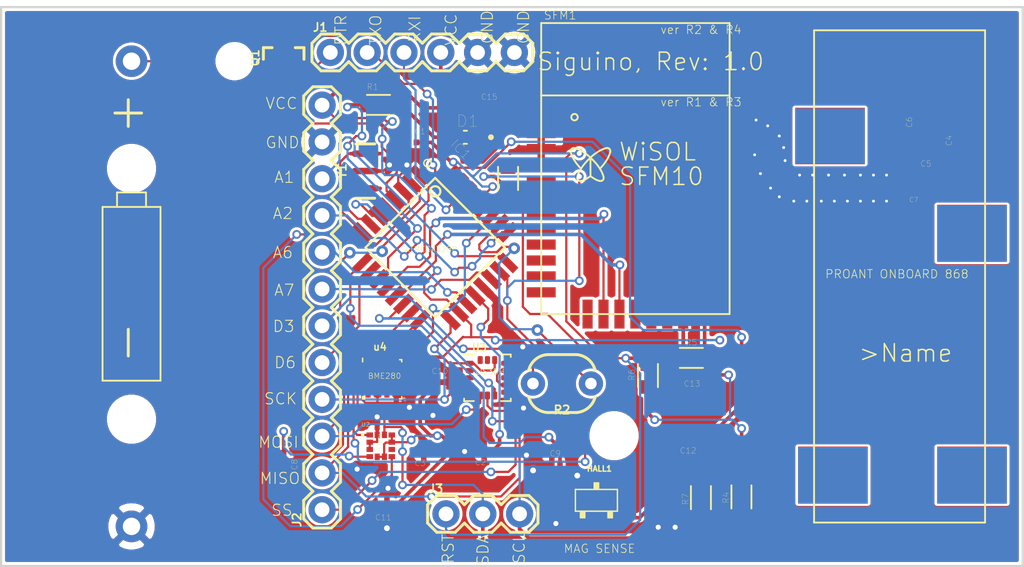
<source format=kicad_pcb>
(kicad_pcb (version 20171130) (host pcbnew "(5.1.8)-1")
  (layers (0 Top signal) (1 Route2 signal) (2 Route3 signal) (3 Route4 signal) (4 Route5 signal) (5 Route6 signal) (6 Route7 signal) (7 Route8 signal) (8 Route9 signal) (9 Route10 signal) (10 Route11 signal) (11 Route12 signal) (12 Route13 signal) (13 Route14 signal) (14 Route15 signal) (31 Bottom signal) (34 B.Paste user) (35 F.Paste user) (36 B.SilkS user) (37 F.SilkS user) (38 B.Mask user) (39 F.Mask user) (44 Edge.Cuts user))
  (net 0 "")
  (net 1 GND)
  (net 2 VCC)
  (net 3 /RESET)
  (net 4 /SCL)
  (net 5 /SDA)
  (net 6 /LIGHT_POWER)
  (net 7 /A2)
  (net 8 /A1)
  (net 9 /LIGHT_SENSE)
  (net 10 /A7)
  (net 11 /A6)
  (net 12 /SCK)
  (net 13 /MISO)
  (net 14 /MOSI)
  (net 15 /SS)
  (net 16 /SIG_RX)
  (net 17 /SIG_TX)
  (net 18 /D7)
  (net 19 /D6)
  (net 20 /MAG_INT)
  (net 21 /INT1)
  (net 22 /DTR)
  (net 23 "Net-(D1-PadA)")
  (net 24 "Net-(C7-Pad2)")
  (net 25 "Net-(C13-Pad1)")
  (net 26 "Net-(C5-Pad2)")
  (net 27 "Net-(ANT1-PadRF_FEED)")
  (net 28 /VBATT)
  (net 29 "Net-(C2-Pad1)")
  (net 30 "Net-(C8-Pad1)")
  (net 31 /HALL_POWER)
  (net 32 /HALL_SENSE)
  (net 33 /TX0)
  (net 34 /RX1)
  (net 35 "Net-(IC1-Pad8)")
  (net 36 "Net-(IC1-Pad7)")
  (module "cap 0603:CAPC0603X33N" (layer Top) (at 146.4056 92.6592)
    (fp_text reference C15 (at 0.53 -0.76) (layer F.SilkS) (effects (font (size 0.393701 0.393701) (thickness 0.015))))
    (fp_text value 10uF)
    (pad 2 smd rect (at 0.281 0) (size 0.38 0.4) (layers Top F.Paste F.Mask) (net 1 GND))
    (pad 1 smd rect (at -0.281 0) (size 0.38 0.4) (layers Top F.Paste F.Mask) (net 2 VCC))
  )
  (module "cap 0603:CAPC0603X33N" (layer Top) (at 160.4026 112.4712)
    (fp_text reference C13 (at 0.53 -0.76) (layer F.SilkS) (effects (font (size 0.393701 0.393701) (thickness 0.015))))
    (fp_text value 0.1uF)
    (pad 2 smd rect (at 0.281 0) (size 0.38 0.4) (layers Top F.Paste F.Mask) (net 1 GND))
    (pad 1 smd rect (at -0.281 0) (size 0.38 0.4) (layers Top F.Paste F.Mask) (net 25 "Net-(C13-Pad1)"))
  )
  (module "cap 0603:CAPC0603X33N" (layer Top) (at 161.1884 115.57 180)
    (fp_text reference C12 (at 0.53 -0.76) (layer F.SilkS) (effects (font (size 0.393701 0.393701) (thickness 0.015))))
    (fp_text value 100PF)
    (pad 2 smd rect (at 0.281 0 180) (size 0.38 0.4) (layers Top F.Paste F.Mask) (net 1 GND))
    (pad 1 smd rect (at -0.281 0 180) (size 0.38 0.4) (layers Top F.Paste F.Mask) (net 32 /HALL_SENSE))
  )
  (module "cap 0603:CAPC0603X33N" (layer Top) (at 140.1572 120.1928 180)
    (fp_text reference C11 (at 0.53 -0.76) (layer F.SilkS) (effects (font (size 0.393701 0.393701) (thickness 0.015))))
    (fp_text value 0.1uF)
    (pad 2 smd rect (at 0.281 0 180) (size 0.38 0.4) (layers Top F.Paste F.Mask) (net 1 GND))
    (pad 1 smd rect (at -0.281 0 180) (size 0.38 0.4) (layers Top F.Paste F.Mask) (net 2 VCC))
  )
  (module "cap 0603:CAPC0603X33N" (layer Top) (at 143.002 111.6076)
    (fp_text reference C10 (at 0.53 -0.76) (layer F.SilkS) (effects (font (size 0.393701 0.393701) (thickness 0.015))))
    (fp_text value 0.1uF)
    (pad 2 smd rect (at 0.281 0) (size 0.38 0.4) (layers Top F.Paste F.Mask) (net 1 GND))
    (pad 1 smd rect (at -0.281 0) (size 0.38 0.4) (layers Top F.Paste F.Mask) (net 2 VCC))
  )
  (module 0402:CAPC0402X22N (layer Top) (at 176.6316 94.2848 90)
    (fp_text reference C6 (at 0.63 -0.71 90) (layer F.SilkS) (effects (font (size 0.393701 0.393701) (thickness 0.015))))
    (fp_text value 0.7PF)
    (pad 2 smd rect (at 0.222 0 90) (size 0.29 0.3) (layers Top F.Paste F.Mask) (net 1 GND))
    (pad 1 smd rect (at -0.222 0 90) (size 0.29 0.3) (layers Top F.Paste F.Mask) (net 26 "Net-(C5-Pad2)"))
  )
  (module 0402:CAPC0402X22N (layer Top) (at 177.6984 95.8088 180)
    (fp_text reference C5 (at 0.63 -0.71) (layer F.SilkS) (effects (font (size 0.393701 0.393701) (thickness 0.015))))
    (fp_text value 2.2PF)
    (pad 2 smd rect (at 0.222 0 180) (size 0.29 0.3) (layers Top F.Paste F.Mask) (net 26 "Net-(C5-Pad2)"))
    (pad 1 smd rect (at -0.222 0 180) (size 0.29 0.3) (layers Top F.Paste F.Mask) (net 27 "Net-(ANT1-PadRF_FEED)"))
  )
  (module 0402:CAPC0402X22N (layer Top) (at 177.9524 94.2848 270)
    (fp_text reference C4 (at 0.63 -0.71 90) (layer F.SilkS) (effects (font (size 0.393701 0.393701) (thickness 0.015))))
    (fp_text value 0.6PF)
    (pad 2 smd rect (at 0.222 0 270) (size 0.29 0.3) (layers Top F.Paste F.Mask) (net 27 "Net-(ANT1-PadRF_FEED)"))
    (pad 1 smd rect (at -0.222 0 270) (size 0.29 0.3) (layers Top F.Paste F.Mask) (net 1 GND))
  )
  (module "cap 0603:CAPC0603X33N" (layer Top) (at 142.6972 116.4336 180)
    (fp_text reference C3 (at 0.53 -0.76) (layer F.SilkS) (effects (font (size 0.393701 0.393701) (thickness 0.015))))
    (fp_text value 0.1uF)
    (pad 2 smd rect (at 0.281 0 180) (size 0.38 0.4) (layers Top F.Paste F.Mask) (net 1 GND))
    (pad 1 smd rect (at -0.281 0 180) (size 0.38 0.4) (layers Top F.Paste F.Mask) (net 2 VCC))
  )
  (module "cap 0603:CAPC0603X33N" (layer Top) (at 146.8628 116.3828 180)
    (fp_text reference C2 (at 0.53 -0.76) (layer F.SilkS) (effects (font (size 0.393701 0.393701) (thickness 0.015))))
    (fp_text value 0.1uF)
    (pad 2 smd rect (at 0.281 0 180) (size 0.38 0.4) (layers Top F.Paste F.Mask) (net 1 GND))
    (pad 1 smd rect (at -0.281 0 180) (size 0.38 0.4) (layers Top F.Paste F.Mask) (net 29 "Net-(C2-Pad1)"))
  )
  (module "cap 0603:CAPC0603X33N" (layer Top) (at 141.6304 95.0468)
    (fp_text reference C1 (at 0.53 -0.76) (layer F.SilkS) (effects (font (size 0.393701 0.393701) (thickness 0.015))))
    (fp_text value 0.1uF)
    (pad 2 smd rect (at 0.281 0) (size 0.38 0.4) (layers Top F.Paste F.Mask) (net 3 /RESET))
    (pad 1 smd rect (at -0.281 0) (size 0.38 0.4) (layers Top F.Paste F.Mask) (net 22 /DTR))
  )
  (module Package_LGA:LGA-16_3x3mm_P0.5mm_LayoutBorder3x5y (layer Top) (at 146.812 111.3028)
    (fp_text reference U3 (at -0.5588 -2.0828) (layer F.SilkS) (effects (font (size 0.5 0.5) (thickness 0.1))))
    (fp_text value LIS3DH)
    (pad 16 smd roundrect (at -0.5 -1.225) (size 0.35 0.55) (layers Top F.Paste F.Mask))
    (pad 15 smd roundrect (at 0 -1.225) (size 0.35 0.55) (layers Top F.Paste F.Mask))
    (pad 14 smd roundrect (at 0.5 -1.225) (size 0.35 0.55) (layers Top F.Paste F.Mask) (net 2 VCC))
    (pad 13 smd roundrect (at 1.225 -1) (size 0.55 0.35) (layers Top F.Paste F.Mask))
    (pad 12 smd roundrect (at 1.225 -0.5) (size 0.55 0.35) (layers Top F.Paste F.Mask) (net 1 GND))
    (pad 11 smd roundrect (at 1.225 0) (size 0.55 0.35) (layers Top F.Paste F.Mask) (net 21 /INT1))
    (pad 10 smd roundrect (at 1.225 0.5) (size 0.55 0.35) (layers Top F.Paste F.Mask) (net 1 GND))
    (pad 9 smd roundrect (at 1.225 1) (size 0.55 0.35) (layers Top F.Paste F.Mask))
    (pad 8 smd roundrect (at 0.5 1.225) (size 0.35 0.55) (layers Top F.Paste F.Mask) (net 15 /SS))
    (pad 7 smd roundrect (at 0 1.225) (size 0.35 0.55) (layers Top F.Paste F.Mask) (net 13 /MISO))
    (pad 6 smd roundrect (at -0.5 1.225) (size 0.35 0.55) (layers Top F.Paste F.Mask) (net 14 /MOSI))
    (pad 5 smd roundrect (at -1.225 1) (size 0.55 0.35) (layers Top F.Paste F.Mask) (net 1 GND))
    (pad 4 smd roundrect (at -1.225 0.5) (size 0.55 0.35) (layers Top F.Paste F.Mask) (net 12 /SCK))
    (pad 3 smd roundrect (at -1.225 0) (size 0.55 0.35) (layers Top F.Paste F.Mask))
    (pad 2 smd roundrect (at -1.225 -0.5) (size 0.55 0.35) (layers Top F.Paste F.Mask))
    (pad 1 smd roundrect (at -1.225 -1) (size 0.55 0.35) (layers Top F.Paste F.Mask) (net 2 VCC))
  )
  (module Package_LGA:Bosch_LGA-8_2.5x2.5mm_P0.65mm_ClockwisePinNumbering (layer Top) (at 139.5476 111.4044)
    (fp_text reference u4 (at -0.1524 -2.2352) (layer F.SilkS) (effects (font (size 0.5 0.5) (thickness 0.1))))
    (fp_text value BME280)
    (pad 5 smd rect (at 0.975 1.025 90) (size 0.5 0.35) (layers Top F.Paste F.Mask) (net 1 GND))
    (pad 6 smd rect (at 0.325 1.025 90) (size 0.5 0.35) (layers Top F.Paste F.Mask) (net 2 VCC))
    (pad 7 smd rect (at -0.325 1.025 90) (size 0.5 0.35) (layers Top F.Paste F.Mask) (net 1 GND))
    (pad 8 smd rect (at -0.975 1.025 90) (size 0.5 0.35) (layers Top F.Paste F.Mask) (net 2 VCC))
    (pad 1 smd rect (at -0.975 -1.025 90) (size 0.5 0.35) (layers Top F.Paste F.Mask) (net 1 GND))
    (pad 2 smd rect (at -0.325 -1.025 90) (size 0.5 0.35) (layers Top F.Paste F.Mask) (net 2 VCC))
    (pad 3 smd rect (at 0.325 -1.025 90) (size 0.5 0.35) (layers Top F.Paste F.Mask) (net 5 /SDA))
    (pad 4 smd rect (at 0.975 -1.025 90) (size 0.5 0.35) (layers Top F.Paste F.Mask) (net 4 /SCL))
  )
  (module IC1:QFP80P900X900X120-32N (layer Top) (at 143.2052 102.3112 315)
    (fp_text reference IC1 (at -3.543445 -6.038067 135) (layer F.SilkS) (effects (font (size 0.641239 0.641239) (thickness 0.015))))
    (fp_text value ATMEGA328P-AU)
    (pad 32 smd rect (at -2.8 -4.3 315) (size 0.55 1.5) (layers Top F.Paste F.Mask) (net 32 /HALL_SENSE))
    (pad 31 smd rect (at -2 -4.3 315) (size 0.55 1.5) (layers Top F.Paste F.Mask) (net 33 /TX0))
    (pad 30 smd rect (at -1.2 -4.3 315) (size 0.55 1.5) (layers Top F.Paste F.Mask) (net 34 /RX1))
    (pad 29 smd rect (at -0.4 -4.3 315) (size 0.55 1.5) (layers Top F.Paste F.Mask) (net 3 /RESET))
    (pad 28 smd rect (at 0.4 -4.3 315) (size 0.55 1.5) (layers Top F.Paste F.Mask) (net 4 /SCL))
    (pad 27 smd rect (at 1.2 -4.3 315) (size 0.55 1.5) (layers Top F.Paste F.Mask) (net 5 /SDA))
    (pad 26 smd rect (at 2 -4.3 315) (size 0.55 1.5) (layers Top F.Paste F.Mask) (net 6 /LIGHT_POWER))
    (pad 25 smd rect (at 2.8 -4.3 315) (size 0.55 1.5) (layers Top F.Paste F.Mask) (net 7 /A2))
    (pad 24 smd rect (at 4.3 -2.8 315) (size 1.5 0.55) (layers Top F.Paste F.Mask) (net 8 /A1))
    (pad 23 smd rect (at 4.3 -2 315) (size 1.5 0.55) (layers Top F.Paste F.Mask) (net 9 /LIGHT_SENSE))
    (pad 22 smd rect (at 4.3 -1.2 315) (size 1.5 0.55) (layers Top F.Paste F.Mask) (net 10 /A7))
    (pad 21 smd rect (at 4.3 -0.4 315) (size 1.5 0.55) (layers Top F.Paste F.Mask) (net 1 GND))
    (pad 20 smd rect (at 4.3 0.4 315) (size 1.5 0.55) (layers Top F.Paste F.Mask) (net 29 "Net-(C2-Pad1)"))
    (pad 19 smd rect (at 4.3 1.2 315) (size 1.5 0.55) (layers Top F.Paste F.Mask) (net 11 /A6))
    (pad 18 smd rect (at 4.3 2 315) (size 1.5 0.55) (layers Top F.Paste F.Mask) (net 2 VCC))
    (pad 17 smd rect (at 4.3 2.8 315) (size 1.5 0.55) (layers Top F.Paste F.Mask) (net 12 /SCK))
    (pad 16 smd rect (at 2.8 4.3 315) (size 0.55 1.5) (layers Top F.Paste F.Mask) (net 13 /MISO))
    (pad 15 smd rect (at 2 4.3 315) (size 0.55 1.5) (layers Top F.Paste F.Mask) (net 14 /MOSI))
    (pad 14 smd rect (at 1.2 4.3 315) (size 0.55 1.5) (layers Top F.Paste F.Mask) (net 15 /SS))
    (pad 13 smd rect (at 0.4 4.3 315) (size 0.55 1.5) (layers Top F.Paste F.Mask) (net 16 /SIG_RX))
    (pad 12 smd rect (at -0.4 4.3 315) (size 0.55 1.5) (layers Top F.Paste F.Mask) (net 17 /SIG_TX))
    (pad 11 smd rect (at -1.2 4.3 315) (size 0.55 1.5) (layers Top F.Paste F.Mask) (net 18 /D7))
    (pad 10 smd rect (at -2 4.3 315) (size 0.55 1.5) (layers Top F.Paste F.Mask) (net 19 /D6))
    (pad 9 smd rect (at -2.8 4.3 315) (size 0.55 1.5) (layers Top F.Paste F.Mask) (net 31 /HALL_POWER))
    (pad 8 smd rect (at -4.3 2.8 315) (size 1.5 0.55) (layers Top F.Paste F.Mask) (net 35 "Net-(IC1-Pad8)"))
    (pad 7 smd rect (at -4.3 2 315) (size 1.5 0.55) (layers Top F.Paste F.Mask) (net 36 "Net-(IC1-Pad7)"))
    (pad 6 smd rect (at -4.3 1.2 315) (size 1.5 0.55) (layers Top F.Paste F.Mask) (net 2 VCC))
    (pad 5 smd rect (at -4.3 0.4 315) (size 1.5 0.55) (layers Top F.Paste F.Mask) (net 1 GND))
    (pad 4 smd rect (at -4.3 -0.4 315) (size 1.5 0.55) (layers Top F.Paste F.Mask) (net 2 VCC))
    (pad 3 smd rect (at -4.3 -1.2 315) (size 1.5 0.55) (layers Top F.Paste F.Mask) (net 1 GND))
    (pad 2 smd rect (at -4.3 -2 315) (size 1.5 0.55) (layers Top F.Paste F.Mask) (net 20 /MAG_INT))
    (pad 1 smd rect (at -4.3 -2.8 315) (size 1.5 0.55) (layers Top F.Paste F.Mask) (net 21 /INT1))
  )
  (module "RE 0402:RESC1005X35N" (layer Top) (at 176.1744 98.1964 180)
    (fp_text reference C7 (at -0.0508 -0.8128) (layer F.SilkS) (effects (font (size 0.320824 0.320824) (thickness 0.015))))
    (fp_text value "0 OHM")
    (pad 2 smd rect (at 0.455 0 180) (size 0.49 0.6) (layers Top F.Paste F.Mask) (net 24 "Net-(C7-Pad2)"))
    (pad 1 smd rect (at -0.455 0 180) (size 0.49 0.6) (layers Top F.Paste F.Mask) (net 26 "Net-(C5-Pad2)"))
  )
  (module "RE 0603:RESC1608X50N" (layer Top) (at 164.338 119.5324 270)
    (fp_text reference R4 (at 0.0508 1.0668 90) (layer F.SilkS) (effects (font (size 0.415723 0.415723) (thickness 0.015))))
    (fp_text value 10K)
    (pad 2 smd rect (at 0.79 0 270) (size 0.94 1.02) (layers Top F.Paste F.Mask) (net 5 /SDA))
    (pad 1 smd rect (at -0.79 0 270) (size 0.94 1.02) (layers Top F.Paste F.Mask) (net 2 VCC))
  )
  (module "RE 0603:RESC1608X50N" (layer Top) (at 161.544 119.5832 270)
    (fp_text reference R7 (at 0.1016 1.0668 90) (layer F.SilkS) (effects (font (size 0.415723 0.415723) (thickness 0.015))))
    (fp_text value 10K)
    (pad 2 smd rect (at 0.79 0 270) (size 0.94 1.02) (layers Top F.Paste F.Mask) (net 4 /SCL))
    (pad 1 smd rect (at -0.79 0 270) (size 0.94 1.02) (layers Top F.Paste F.Mask) (net 2 VCC))
  )
  (module "RE 0603:RESC1608X50N" (layer Top) (at 157.8864 111.1504 90)
    (fp_text reference R6 (at 0.0508 -1.1176 90) (layer F.SilkS) (effects (font (size 0.415723 0.415723) (thickness 0.015))))
    (fp_text value 10K)
    (pad 2 smd rect (at 0.79 0 90) (size 0.94 1.02) (layers Top F.Paste F.Mask) (net 3 /RESET))
    (pad 1 smd rect (at -0.79 0 90) (size 0.94 1.02) (layers Top F.Paste F.Mask) (net 2 VCC))
  )
  (module "RE 0603:RESC1608X50N" (layer Top) (at 160.8836 109.9312 180)
    (fp_text reference R5 (at 0 1.0668) (layer F.SilkS) (effects (font (size 0.415723 0.415723) (thickness 0.015))))
    (fp_text value 100K)
    (pad 2 smd rect (at 0.79 0 180) (size 0.94 1.02) (layers Top F.Paste F.Mask) (net 25 "Net-(C13-Pad1)"))
    (pad 1 smd rect (at -0.79 0 180) (size 0.94 1.02) (layers Top F.Paste F.Mask) (net 2 VCC))
  )
  (module "RE 0603:RESC1608X50N" (layer Top) (at 148.2344 97.536 90)
    (fp_text reference R3 (at 0.1016 -1.0668 90) (layer F.SilkS) (effects (font (size 0.415723 0.415723) (thickness 0.015))))
    (fp_text value 1K)
    (pad 2 smd rect (at 0.79 0 90) (size 0.94 1.02) (layers Top F.Paste F.Mask) (net 1 GND))
    (pad 1 smd rect (at -0.79 0 90) (size 0.94 1.02) (layers Top F.Paste F.Mask) (net 9 /LIGHT_SENSE))
  )
  (module "RE 0603:RESC1608X50N" (layer Top) (at 139.2936 92.456)
    (fp_text reference R1 (at -0.40656 -1.251239) (layer F.SilkS) (effects (font (size 0.415723 0.415723) (thickness 0.015))))
    (fp_text value 330)
    (pad 2 smd rect (at 0.79 0) (size 0.94 1.02) (layers Top F.Paste F.Mask) (net 23 "Net-(D1-PadA)"))
    (pad 1 smd rect (at -0.79 0) (size 0.94 1.02) (layers Top F.Paste F.Mask) (net 18 /D7))
  )
  (module D1:LED_SML-D12Y1WT86 (layer Top) (at 145.288 94.6912 180)
    (fp_text reference D1 (at -0.1524 1.1176) (layer F.SilkS) (effects (font (size 0.8 0.8) (thickness 0.015))))
    (fp_text value RED)
    (pad A smd rect (at 0.825 0 180) (size 0.8 0.8) (layers Top F.Paste F.Mask) (net 23 "Net-(D1-PadA)"))
    (pad C smd rect (at -0.825 0 180) (size 0.8 0.8) (layers Top F.Paste F.Mask) (net 1 GND))
  )
  (module "cap 0603:CAPC0603X33N" (layer Top) (at 151.5364 117.2972 180)
    (fp_text reference C9 (at 0.0508 0.762) (layer F.SilkS) (effects (font (size 0.393701 0.393701) (thickness 0.015))))
    (fp_text value 10nF)
    (pad 2 smd rect (at 0.281 0 180) (size 0.38 0.4) (layers Top F.Paste F.Mask) (net 1 GND))
    (pad 1 smd rect (at -0.281 0 180) (size 0.38 0.4) (layers Top F.Paste F.Mask) (net 31 /HALL_POWER))
  )
  (module "New folder (4):SC-59" (layer Top) (at 154.3304 119.7672)
    (fp_text reference HALL1 (at -0.7112 -1.962) (layer F.SilkS) (effects (font (size 0.38 0.38)) (justify left bottom)))
    (fp_text value TR-J_AH9246-W7)
    (pad 3 smd rect (at 0 -1.2) (size 0.8 1) (layers Top F.Paste F.Mask) (net 1 GND))
    (pad 1 smd rect (at -0.95 1.2) (size 0.8 1) (layers Top F.Paste F.Mask) (net 31 /HALL_POWER))
    (pad 2 smd rect (at 0.95 1.2) (size 0.8 1) (layers Top F.Paste F.Mask) (net 32 /HALL_SENSE))
  )
  (module "cap 0603:CAPC0603X33N" (layer Top) (at 132.7404 116.7654 270)
    (fp_text reference C8 (at 0.53 -0.76 90) (layer F.SilkS) (effects (font (size 0.393701 0.393701) (thickness 0.015))))
    (fp_text value 100nF)
    (pad 2 smd rect (at 0.281 0 270) (size 0.38 0.4) (layers Top F.Paste F.Mask) (net 1 GND))
    (pad 1 smd rect (at -0.281 0 270) (size 0.38 0.4) (layers Top F.Paste F.Mask) (net 30 "Net-(C8-Pad1)"))
  )
  (module "" (layer Top) (at 155.5511 115.3036)
    (fp_text reference @HOLE0 hide)
    (fp_text value "" (at 0 0) (layer F.SilkS) (effects (font (size 1.27 1.27))))
    (pad "" np_thru_hole circle (at 0 0) (size 3 3) (drill 3) (layers *.Cu *.Mask))
  )
  (module Siguino:1X06 (layer Top) (at 135.9711 88.8336)
    (fp_text reference J1 (at -1.27 -1.397) (layer F.SilkS) (effects (font (size 0.57912 0.57912) (thickness 0.115824)) (justify left bottom)))
    (fp_text value "FTDI Basic")
    (pad 6 thru_hole circle (at 12.7 0 90) (size 1.8796 1.8796) (drill 1.016) (layers *.Cu *.Mask) (net 1 GND))
    (pad 5 thru_hole circle (at 10.16 0 90) (size 1.8796 1.8796) (drill 1.016) (layers *.Cu *.Mask) (net 1 GND))
    (pad 4 thru_hole circle (at 7.62 0 90) (size 1.8796 1.8796) (drill 1.016) (layers *.Cu *.Mask) (net 2 VCC))
    (pad 3 thru_hole circle (at 5.08 0 90) (size 1.8796 1.8796) (drill 1.016) (layers *.Cu *.Mask) (net 34 /RX1))
    (pad 2 thru_hole circle (at 2.54 0 90) (size 1.8796 1.8796) (drill 1.016) (layers *.Cu *.Mask) (net 33 /TX0))
    (pad 1 thru_hole circle (at 0 0 90) (size 1.8796 1.8796) (drill 1.016) (layers *.Cu *.Mask) (net 22 /DTR))
  )
  (module Siguino:1X12 (layer Top) (at 135.4011 120.4136 90)
    (fp_text reference J2 (at -1.27 -1.397 90) (layer F.SilkS) (effects (font (size 0.57912 0.57912) (thickness 0.115824)) (justify left bottom)))
    (fp_text value CONN_12)
    (pad 12 thru_hole circle (at 27.94 0 180) (size 1.8796 1.8796) (drill 1.016) (layers *.Cu *.Mask) (net 2 VCC))
    (pad 11 thru_hole circle (at 25.4 0 180) (size 1.8796 1.8796) (drill 1.016) (layers *.Cu *.Mask) (net 1 GND))
    (pad 10 thru_hole circle (at 22.86 0 180) (size 1.8796 1.8796) (drill 1.016) (layers *.Cu *.Mask) (net 8 /A1))
    (pad 9 thru_hole circle (at 20.32 0 180) (size 1.8796 1.8796) (drill 1.016) (layers *.Cu *.Mask) (net 7 /A2))
    (pad 8 thru_hole circle (at 17.78 0 180) (size 1.8796 1.8796) (drill 1.016) (layers *.Cu *.Mask) (net 11 /A6))
    (pad 7 thru_hole circle (at 15.24 0 180) (size 1.8796 1.8796) (drill 1.016) (layers *.Cu *.Mask) (net 10 /A7))
    (pad 6 thru_hole circle (at 12.7 0 180) (size 1.8796 1.8796) (drill 1.016) (layers *.Cu *.Mask) (net 21 /INT1))
    (pad 5 thru_hole circle (at 10.16 0 180) (size 1.8796 1.8796) (drill 1.016) (layers *.Cu *.Mask) (net 19 /D6))
    (pad 4 thru_hole circle (at 7.62 0 180) (size 1.8796 1.8796) (drill 1.016) (layers *.Cu *.Mask) (net 12 /SCK))
    (pad 3 thru_hole circle (at 5.08 0 180) (size 1.8796 1.8796) (drill 1.016) (layers *.Cu *.Mask) (net 14 /MOSI))
    (pad 2 thru_hole circle (at 2.54 0 180) (size 1.8796 1.8796) (drill 1.016) (layers *.Cu *.Mask) (net 13 /MISO))
    (pad 1 thru_hole circle (at 0 0 180) (size 1.8796 1.8796) (drill 1.016) (layers *.Cu *.Mask) (net 15 /SS))
  )
  (module Siguino:RESONATOR-SMD-3.2X1.3 (layer Top) (at 138.3911 97.0236 90)
    (fp_text reference Y1 (at 0 -1.27 90) (layer F.SilkS) (effects (font (size 0.57912 0.57912) (thickness 0.115824)) (justify bottom)))
    (fp_text value 8MHz)
    (fp_line (start 0 0) (end 0 1.016) (layer Top) (width 0.254))
    (fp_line (start 0 0) (end 0 -1.016) (layer Top) (width 0.254))
    (fp_line (start 1.2 0) (end 1.2 1.016) (layer Top) (width 0.254))
    (fp_line (start 1.2 0) (end 1.2 -1.016) (layer Top) (width 0.254))
    (fp_line (start -1.2 1.016) (end -1.2 0) (layer Top) (width 0.254))
    (fp_line (start -1.2 0) (end -1.2 -1.016) (layer Top) (width 0.254))
    (pad 3 smd roundrect (at 1.2 0 90) (size 0.45 1.905) (layers Top F.Paste F.Mask) (roundrect_rratio 0.5) (net 35 "Net-(IC1-Pad8)"))
    (pad 2 smd roundrect (at 0 0 90) (size 0.45 1.905) (layers Top F.Paste F.Mask) (roundrect_rratio 0.5) (net 1 GND))
    (pad 1 smd roundrect (at -1.2 0 90) (size 0.45 1.905) (layers Top F.Paste F.Mask) (roundrect_rratio 0.5) (net 36 "Net-(IC1-Pad7)"))
  )
  (module Siguino:WISOL_WSSFM10 (layer Top) (at 157.0211 99.3036)
    (fp_text reference SFM1 (at -6.35 -12.7) (layer F.SilkS) (effects (font (size 0.57912 0.57912) (thickness 0.046329)) (justify left bottom)))
    (fp_text value WISOL_WSSFM10HANDSOLDER)
    (fp_text user "ver R2 & R4" (at 1.7 -11.7) (layer F.SilkS) (effects (font (size 0.57912 0.57912) (thickness 0.048768)) (justify left bottom)))
    (fp_text user "ver R1 & R3" (at 1.7 -6.7) (layer F.SilkS) (effects (font (size 0.57912 0.57912) (thickness 0.048768)) (justify left bottom)))
    (fp_text user SFM10 (at -1.2 -1.2) (layer F.SilkS) (effects (font (size 1.2065 1.2065) (thickness 0.1016)) (justify left bottom)))
    (fp_text user WiSOL (at -1.2 -2.9) (layer F.SilkS) (effects (font (size 1.2065 1.2065) (thickness 0.1016)) (justify left bottom)))
    (pad 31 smd rect (at 6.5 -6 180) (size 2 0.7) (layers Top F.Paste F.Mask) (net 1 GND))
    (pad 30 smd rect (at 6.5 -4.9 180) (size 2 0.7) (layers Top F.Paste F.Mask) (net 24 "Net-(C7-Pad2)"))
    (pad 29 smd rect (at 6.5 -3.8 180) (size 2 0.7) (layers Top F.Paste F.Mask) (net 1 GND))
    (pad 28 smd rect (at 6.5 -2.7 180) (size 2 0.7) (layers Top F.Paste F.Mask) (net 1 GND))
    (pad 27 smd rect (at 6.5 -1.6 180) (size 2 0.7) (layers Top F.Paste F.Mask) (net 1 GND))
    (pad 26 smd rect (at 6.5 -0.5 180) (size 2 0.7) (layers Top F.Paste F.Mask))
    (pad 25 smd rect (at 6.5 0.6 180) (size 2 0.7) (layers Top F.Paste F.Mask))
    (pad 24 smd rect (at 6.5 1.7 180) (size 2 0.7) (layers Top F.Paste F.Mask))
    (pad 23 smd rect (at 6.5 2.8 180) (size 2 0.7) (layers Top F.Paste F.Mask))
    (pad 22 smd rect (at 6.5 3.9 180) (size 2 0.7) (layers Top F.Paste F.Mask) (net 1 GND))
    (pad 21 smd rect (at 6.5 5 180) (size 2 0.7) (layers Top F.Paste F.Mask) (net 2 VCC))
    (pad 20 smd rect (at 6.5 6.1 180) (size 2 0.7) (layers Top F.Paste F.Mask) (net 1 GND))
    (pad 19 smd rect (at 3.3 7.6 90) (size 2 0.7) (layers Top F.Paste F.Mask) (net 25 "Net-(C13-Pad1)"))
    (pad 18 smd rect (at 2.2 7.6 90) (size 2 0.7) (layers Top F.Paste F.Mask))
    (pad 17 smd rect (at 1.1 7.6 90) (size 2 0.7) (layers Top F.Paste F.Mask))
    (pad 16 smd rect (at 0 7.6 90) (size 2 0.7) (layers Top F.Paste F.Mask))
    (pad 15 smd rect (at -1.1 7.6 90) (size 2 0.7) (layers Top F.Paste F.Mask) (net 16 /SIG_RX))
    (pad 14 smd rect (at -2.2 7.6 90) (size 2 0.7) (layers Top F.Paste F.Mask) (net 17 /SIG_TX))
    (pad 13 smd rect (at -3.3 7.6 90) (size 2 0.7) (layers Top F.Paste F.Mask))
    (pad 12 smd rect (at -6.5 6.1) (size 2 0.7) (layers Top F.Paste F.Mask))
    (pad 11 smd rect (at -6.5 5) (size 2 0.7) (layers Top F.Paste F.Mask))
    (pad 10 smd rect (at -6.5 3.9) (size 2 0.7) (layers Top F.Paste F.Mask))
    (pad 9 smd rect (at -6.5 2.8) (size 2 0.7) (layers Top F.Paste F.Mask))
    (pad 8 smd rect (at -6.5 1.7) (size 2 0.7) (layers Top F.Paste F.Mask))
    (pad 7 smd rect (at -6.5 0.6) (size 2 0.7) (layers Top F.Paste F.Mask))
    (pad 6 smd rect (at -6.5 -0.5) (size 2 0.7) (layers Top F.Paste F.Mask))
    (pad 5 smd rect (at -6.5 -1.6) (size 2 0.7) (layers Top F.Paste F.Mask))
    (pad 4 smd rect (at -6.5 -2.7) (size 2 0.7) (layers Top F.Paste F.Mask) (net 1 GND))
    (pad 3 smd rect (at -6.5 -3.8) (size 2 0.7) (layers Top F.Paste F.Mask) (net 1 GND))
    (pad 2 smd rect (at -6.5 -4.9) (size 2 0.7) (layers Top F.Paste F.Mask) (net 1 GND))
    (pad 1 smd rect (at -6.5 -6) (size 2 0.7) (layers Top F.Paste F.Mask) (net 1 GND))
  )
  (module Siguino:1X03 (layer Top) (at 143.9511 120.7036)
    (fp_text reference J3 (at -1.27 -1.397) (layer F.SilkS) (effects (font (size 0.57912 0.57912) (thickness 0.115824)) (justify left bottom)))
    (fp_text value CONN_03)
    (pad 3 thru_hole circle (at 5.08 0 90) (size 1.8796 1.8796) (drill 1.016) (layers *.Cu *.Mask) (net 4 /SCL))
    (pad 2 thru_hole circle (at 2.54 0 90) (size 1.8796 1.8796) (drill 1.016) (layers *.Cu *.Mask) (net 5 /SDA))
    (pad 1 thru_hole circle (at 0 0 90) (size 1.8796 1.8796) (drill 1.016) (layers *.Cu *.Mask) (net 3 /RESET))
  )
  (module Siguino:PHOTOCELL (layer Top) (at 151.9511 111.7036 180)
    (fp_text reference R2 (at 0 -2.159) (layer F.SilkS) (effects (font (size 0.57912 0.57912) (thickness 0.115824)) (justify bottom)))
    (fp_text value PHOTOCELLPTH)
    (pad 2 thru_hole circle (at 2 0 180) (size 1.6764 1.6764) (drill 0.8) (layers *.Cu *.Mask) (net 9 /LIGHT_SENSE))
    (pad 1 thru_hole circle (at -2 0 180) (size 1.6764 1.6764) (drill 0.8) (layers *.Cu *.Mask) (net 6 /LIGHT_POWER))
  )
  (module Siguino:ONBOARD_SMD_2400 (layer Top) (at 175.2511 104.3036)
    (fp_text reference ANT1 hide)
    (fp_text value PROOB471 hide)
    (fp_poly (pts (xy -7 11.8) (xy -2.2 11.8) (xy -2.2 15.7) (xy -7 15.7) (xy -7 15.6)) (layer Bottom) (width 0))
    (fp_poly (pts (xy 2.6 11.8) (xy 7.4 11.8) (xy 7.4 11.9) (xy 7.4 15.7) (xy 2.6 15.7)) (layer Bottom) (width 0))
    (fp_poly (pts (xy 2.6 -4.9) (xy 7.4 -4.9) (xy 7.4 -1) (xy 2.6 -1) (xy 2.6 -1.1)) (layer Bottom) (width 0))
    (fp_poly (pts (xy -7.2 -11.6) (xy -2.4 -11.6) (xy -2.4 -7.8) (xy -7.2 -7.8)) (layer Bottom) (width 0))
    (fp_poly (pts (xy -7.2 -11.65) (xy -2.4 -11.65) (xy -2.4 -7.75) (xy -7.2 -7.75)) (layer Top) (width 0))
    (fp_poly (pts (xy -7 11.75) (xy -2.2 11.75) (xy -2.2 15.65) (xy -7 15.65)) (layer Top) (width 0))
    (fp_poly (pts (xy 2.6 11.75) (xy 7.4 11.75) (xy 7.4 15.65) (xy 2.6 15.65)) (layer Top) (width 0))
    (fp_poly (pts (xy 2.6 -4.95) (xy 7.4 -4.95) (xy 7.4 -1.05) (xy 2.6 -1.05)) (layer Top) (width 0))
    (fp_text user >Name (at -2.9 6) (layer F.SilkS) (effects (font (size 1.2065 1.2065) (thickness 0.1016)) (justify left bottom)))
    (pad RF_FEED smd rect (at 5 -9.7) (size 2.5 1.6) (layers Top F.Paste F.Mask) (net 27 "Net-(ANT1-PadRF_FEED)"))
    (pad GND smd rect (at 5 -14.8) (size 2.5 1.6) (layers Top F.Paste F.Mask) (net 1 GND))
    (pad NC$1 smd rect (at -4.8 -9.7) (size 1.95 1) (layers Top F.Paste F.Mask))
    (pad NC$4 smd rect (at -4.8 13.8) (size 1.95 1) (layers Top F.Paste F.Mask))
    (pad NC$3 smd rect (at 5 13.8) (size 1.95 1) (layers Top F.Paste F.Mask))
    (pad NC$2 smd rect (at 5 -3) (size 1.95 1) (layers Top F.Paste F.Mask))
  )
  (module Siguino:SPARKFUN-BATTERIES_BATTERYHOLDER-CR2 (layer Top) (at 122.2511 105.5036 90)
    (fp_text reference BATT1 hide)
    (fp_text value SPARKFUN-BATTERIES_CR2-BATTERY-HOLDERPTH hide)
    (fp_text user "-       +" (at -5 1 90) (layer F.SilkS) (effects (font (size 2.413 2.413) (thickness 0.2032)) (justify left bottom)))
    (pad "" np_thru_hole circle (at 16.065 7.11 90) (size 2.25 2.25) (drill 2.25) (layers *.Cu *.Mask))
    (pad "" np_thru_hole circle (at 8.66 0 90) (size 3 3) (drill 3) (layers *.Cu *.Mask))
    (pad "" np_thru_hole circle (at -8.66 0 90) (size 3 3) (drill 3) (layers *.Cu *.Mask))
    (pad VBATT thru_hole circle (at 16.065 0 90) (size 2.1844 2.1844) (drill 1.2) (layers *.Cu *.Mask) (net 28 /VBATT))
    (pad GND thru_hole circle (at -16.065 0 90) (size 2.1844 2.1844) (drill 1.2) (layers *.Cu *.Mask) (net 1 GND))
  )
  (module Siguino:SOT23-3 (layer Top) (at 132.7511 89.2036)
    (fp_text reference Q1 (at -1.651 0 90) (layer F.SilkS) (effects (font (size 0.57912 0.57912) (thickness 0.115824)) (justify bottom)))
    (fp_text value "MOSFET P-CH 20V 5.3A SOT-23" hide)
    (pad 3 smd rect (at 0 -1.1) (size 0.8 0.9) (layers Top F.Paste F.Mask) (net 28 /VBATT))
    (pad 2 smd rect (at 0.95 1) (size 0.8 0.9) (layers Top F.Paste F.Mask) (net 2 VCC))
    (pad 1 smd rect (at -0.95 1) (size 0.8 0.9) (layers Top F.Paste F.Mask) (net 1 GND))
  )
  (module Siguino:LIS3MDLTR_LGA12R50P4X4_200X200X100 (layer Top) (at 139.4511 116.0036)
    (fp_text reference U2 (at -1.35075 -1.300718) (layer F.SilkS) (effects (font (size 0.289719 0.289719) (thickness 0.023177)) (justify left bottom)))
    (fp_text value LIS3MDLTR_LIS3MDLTR)
    (pad 12 smd rect (at -0.25 -0.76 270) (size 0.45 0.35) (layers Top F.Paste F.Mask) (net 1 GND))
    (pad 11 smd rect (at 0.25 -0.76 270) (size 0.45 0.35) (layers Top F.Paste F.Mask) (net 5 /SDA))
    (pad 10 smd rect (at 0.76 -0.75 180) (size 0.45 0.35) (layers Top F.Paste F.Mask) (net 2 VCC))
    (pad 9 smd rect (at 0.76 -0.25 180) (size 0.45 0.35) (layers Top F.Paste F.Mask) (net 2 VCC))
    (pad 8 smd rect (at 0.76 0.25 180) (size 0.45 0.35) (layers Top F.Paste F.Mask))
    (pad 7 smd rect (at 0.76 0.75 180) (size 0.45 0.35) (layers Top F.Paste F.Mask) (net 20 /MAG_INT))
    (pad 6 smd rect (at 0.25 0.76 90) (size 0.45 0.35) (layers Top F.Paste F.Mask) (net 2 VCC))
    (pad 5 smd rect (at -0.25 0.76 90) (size 0.45 0.35) (layers Top F.Paste F.Mask) (net 2 VCC))
    (pad 4 smd rect (at -0.76 0.75) (size 0.45 0.35) (layers Top F.Paste F.Mask) (net 30 "Net-(C8-Pad1)"))
    (pad 3 smd rect (at -0.76 0.25) (size 0.45 0.35) (layers Top F.Paste F.Mask) (net 1 GND))
    (pad 2 smd rect (at -0.76 -0.25) (size 0.45 0.35) (layers Top F.Paste F.Mask) (net 1 GND))
    (pad 1 smd rect (at -0.76 -0.75) (size 0.45 0.35) (layers Top F.Paste F.Mask) (net 4 /SCL))
  )
  (gr_text "Siguino, Rev: 1.0" (at 150.1648 90.17) (layer F.SilkS) (effects (font (size 1.2065 1.2065) (thickness 0.1016)) (justify left bottom)))
  (gr_text GND (at 147.2511 88.3036 90) (layer F.SilkS) (effects (font (size 0.77216 0.77216) (thickness 0.065024)) (justify left bottom)))
  (gr_text GND (at 149.7511 88.3036 90) (layer F.SilkS) (effects (font (size 0.77216 0.77216) (thickness 0.065024)) (justify left bottom)))
  (gr_text VCC (at 144.7511 88.4036 90) (layer F.SilkS) (effects (font (size 0.77216 0.77216) (thickness 0.065024)) (justify left bottom)))
  (gr_text RXI (at 142.2511 88.2036 90) (layer F.SilkS) (effects (font (size 0.77216 0.77216) (thickness 0.065024)) (justify left bottom)))
  (gr_text TXO (at 139.5511 88.4036 90) (layer F.SilkS) (effects (font (size 0.77216 0.77216) (thickness 0.065024)) (justify left bottom)))
  (gr_text DTR (at 137.1511 88.4036 90) (layer F.SilkS) (effects (font (size 0.77216 0.77216) (thickness 0.065024)) (justify left bottom)))
  (gr_text VCC (at 131.4511 92.8036) (layer F.SilkS) (effects (font (size 0.77216 0.77216) (thickness 0.065024)) (justify left bottom)))
  (gr_text GND (at 131.4511 95.5036) (layer F.SilkS) (effects (font (size 0.77216 0.77216) (thickness 0.065024)) (justify left bottom)))
  (gr_text A1 (at 132.0511 97.9036) (layer F.SilkS) (effects (font (size 0.77216 0.77216) (thickness 0.065024)) (justify left bottom)))
  (gr_text A2 (at 131.9511 100.4036) (layer F.SilkS) (effects (font (size 0.77216 0.77216) (thickness 0.065024)) (justify left bottom)))
  (gr_text A6 (at 131.9511 103.1036) (layer F.SilkS) (effects (font (size 0.77216 0.77216) (thickness 0.065024)) (justify left bottom)))
  (gr_text A7 (at 132.0511 105.7036) (layer F.SilkS) (effects (font (size 0.77216 0.77216) (thickness 0.065024)) (justify left bottom)))
  (gr_text D3 (at 131.9511 108.2036) (layer F.SilkS) (effects (font (size 0.77216 0.77216) (thickness 0.065024)) (justify left bottom)))
  (gr_text D6 (at 132.0511 110.7036) (layer F.SilkS) (effects (font (size 0.77216 0.77216) (thickness 0.065024)) (justify left bottom)))
  (gr_text SCK (at 131.3511 113.2036) (layer F.SilkS) (effects (font (size 0.77216 0.77216) (thickness 0.065024)) (justify left bottom)))
  (gr_text MOSI (at 130.9511 116.2036) (layer F.SilkS) (effects (font (size 0.77216 0.77216) (thickness 0.065024)) (justify left bottom)))
  (gr_text MISO (at 131.0511 118.7036) (layer F.SilkS) (effects (font (size 0.77216 0.77216) (thickness 0.065024)) (justify left bottom)))
  (gr_text SS (at 131.8511 120.9036) (layer F.SilkS) (effects (font (size 0.77216 0.77216) (thickness 0.065024)) (justify left bottom)))
  (gr_text RST (at 144.5511 124.2036 90) (layer F.SilkS) (effects (font (size 0.77216 0.77216) (thickness 0.065024)) (justify left bottom)))
  (gr_text SDA (at 146.9511 124.3036 90) (layer F.SilkS) (effects (font (size 0.77216 0.77216) (thickness 0.065024)) (justify left bottom)))
  (gr_text SCL (at 149.4511 124.2036 90) (layer F.SilkS) (effects (font (size 0.77216 0.77216) (thickness 0.065024)) (justify left bottom)))
  (gr_text LIS3DH (at 145.9511 111.1036) (layer F.SilkS) (effects (font (size 0.38608 0.38608) (thickness 0.032512)) (justify left bottom)))
  (gr_text BME280 (at 138.5511 111.4036) (layer F.SilkS) (effects (font (size 0.38608 0.38608) (thickness 0.032512)) (justify left bottom)))
  (gr_text LIS3MDL (at 139.5511 116.6036 90) (layer F.SilkS) (effects (font (size 0.2413 0.2413) (thickness 0.02032)) (justify left bottom)))
  (gr_text ATMEGA328P (at 144.7511 102.2036) (layer F.SilkS) (effects (font (size 0.38608 0.38608) (thickness 0.032512)) (justify right top)))
  (gr_text "PROANT ONBOARD 868" (at 180.0511 103.8036) (layer F.SilkS) (effects (font (size 0.57912 0.57912) (thickness 0.048768)) (justify right top)))
  (gr_text "MAG SENSE" (at 152.0444 123.444) (layer F.SilkS) (effects (font (size 0.57912 0.57912) (thickness 0.048768)) (justify left bottom)))
  (gr_line (start 113.2511 124.3036) (end 183.7511 124.3036) (layer Edge.Cuts) (width 0.1524))
  (gr_line (start 183.7511 124.3036) (end 183.7511 85.7036) (layer Edge.Cuts) (width 0.1524))
  (gr_line (start 183.7511 85.7036) (end 113.2511 85.7036) (layer Edge.Cuts) (width 0.1524))
  (gr_line (start 113.2511 85.7036) (end 113.2511 124.3036) (layer Edge.Cuts) (width 0.1524))
  (via (at 137.7171 99.324) (size 0.6) (drill 0.35) (layers Top Bottom) (net 2))
  (via (at 149.2504 109.1692) (size 0.6) (drill 0.35) (layers Top Bottom) (net 1))
  (via (at 139.9523 118.9328) (size 0.6) (drill 0.35) (layers Top Bottom) (net 1))
  (via (at 151.5347 121.3712) (size 0.6) (drill 0.35) (layers Top Bottom) (net 1))
  (via (at 158.5959 121.6252) (size 0.6) (drill 0.35) (layers Top Bottom) (net 1))
  (via (at 159.7643 121.6252) (size 0.6) (drill 0.35) (layers Top Bottom) (net 1))
  (via (at 137.8187 117.612) (size 0.6) (drill 0.35) (layers Top Bottom) (net 1))
  (via (at 145.2355 116.3928) (size 0.6) (drill 0.35) (layers Top Bottom) (net 1))
  (via (at 149.5027 116.6468) (size 0.6) (drill 0.35) (layers Top Bottom) (net 1))
  (via (at 149.2995 113.3956) (size 0.6) (drill 0.35) (layers Top Bottom) (net 1))
  (via (at 141.4255 113.3448) (size 0.6) (drill 0.35) (layers Top Bottom) (net 1))
  (via (at 146.8959 111.662) (size 0.6) (drill 0.35) (layers Top Bottom) (net 15))
  (segment (start 138.3911 97.0236) (end 139.6311 97.0236) (width 0.1524) (layer Top) (net 1))
  (segment (start 139.6311 97.0236) (end 140.0511 96.6036) (width 0.1524) (layer Top) (net 1))
  (via (at 140.0511 96.6036) (size 0.6) (drill 0.35) (layers Top Bottom) (net 1))
  (segment (start 140.0511 96.6036) (end 141.2511 96.6036) (width 0.1524) (layer Bottom) (net 1))
  (via (at 141.2511 96.6036) (size 0.6) (drill 0.35) (layers Top Bottom) (net 1))
  (via (at 143.0511 113.9036) (size 0.6) (drill 0.35) (layers Top Bottom) (net 1))
  (segment (start 138.6911 116.2536) (end 138.6911 115.7536) (width 0.1524) (layer Top) (net 1))
  (segment (start 138.6911 115.7536) (end 138.7149 115.7298) (width 0.1524) (layer Top) (net 1))
  (segment (start 138.7149 115.7298) (end 139.2011 115.7298) (width 0.1524) (layer Top) (net 1))
  (segment (start 139.2011 115.2436) (end 139.2011 115.7298) (width 0.1524) (layer Top) (net 1))
  (via (at 174.3511 99.1036) (size 0.45) (drill 0.2) (layers Top Bottom) (net 1))
  (via (at 173.4511 99.1036) (size 0.45) (drill 0.2) (layers Top Bottom) (net 1))
  (via (at 172.5511 99.1036) (size 0.45) (drill 0.2) (layers Top Bottom) (net 1))
  (via (at 171.6511 99.1036) (size 0.45) (drill 0.2) (layers Top Bottom) (net 1))
  (via (at 170.7511 99.1036) (size 0.45) (drill 0.2) (layers Top Bottom) (net 1))
  (via (at 169.8511 99.1036) (size 0.45) (drill 0.2) (layers Top Bottom) (net 1))
  (via (at 168.8511 99.1036) (size 0.45) (drill 0.2) (layers Top Bottom) (net 1))
  (via (at 167.9511 99.1036) (size 0.45) (drill 0.2) (layers Top Bottom) (net 1))
  (via (at 166.9511 98.8036) (size 0.45) (drill 0.2) (layers Top Bottom) (net 1))
  (via (at 166.3511 98.2036) (size 0.45) (drill 0.2) (layers Top Bottom) (net 1))
  (via (at 165.6511 97.2036) (size 0.45) (drill 0.2) (layers Top Bottom) (net 1))
  (via (at 174.3511 97.3036) (size 0.45) (drill 0.2) (layers Top Bottom) (net 1))
  (via (at 173.4511 97.3036) (size 0.45) (drill 0.2) (layers Top Bottom) (net 1))
  (via (at 172.5511 97.3036) (size 0.45) (drill 0.2) (layers Top Bottom) (net 1))
  (via (at 171.4511 97.3036) (size 0.45) (drill 0.2) (layers Top Bottom) (net 1))
  (via (at 170.3511 97.3036) (size 0.45) (drill 0.2) (layers Top Bottom) (net 1))
  (via (at 169.2511 97.3036) (size 0.45) (drill 0.2) (layers Top Bottom) (net 1))
  (via (at 168.3511 97.3036) (size 0.45) (drill 0.2) (layers Top Bottom) (net 1))
  (via (at 167.3511 96.3036) (size 0.45) (drill 0.2) (layers Top Bottom) (net 1))
  (via (at 167.2511 95.4036) (size 0.45) (drill 0.2) (layers Top Bottom) (net 1))
  (via (at 166.9511 94.6036) (size 0.45) (drill 0.2) (layers Top Bottom) (net 1))
  (via (at 166.1511 93.9036) (size 0.45) (drill 0.2) (layers Top Bottom) (net 1))
  (via (at 165.3511 93.5036) (size 0.45) (drill 0.2) (layers Top Bottom) (net 1))
  (via (at 165.2511 95.9036) (size 0.45) (drill 0.2) (layers Top Bottom) (net 1))
  (segment (start 139.2261 112.488138) (end 139.2261 112.4286) (width 0.1524) (layer Top) (net 1))
  (segment (start 139.2011 115.2436) (end 139.2011 114.0536) (width 0.1524) (layer Top) (net 1))
  (segment (start 139.3511 113.9036) (end 139.2511 114.0036) (width 0.1524) (layer Bottom) (net 1))
  (segment (start 139.2511 114.0036) (end 139.1999 114.0036) (width 0.1524) (layer Bottom) (net 1))
  (via (at 139.1999 114.0036) (size 0.6) (drill 0.35) (layers Top Bottom) (net 1))
  (segment (start 176.6316 94.0628) (end 177.9524 94.0628) (width 0.25) (layer Top) (net 1))
  (segment (start 141.5511 113.9036) (end 143.0511 113.9036) (width 0.1524) (layer Bottom) (net 1))
  (segment (start 143.283 113.6717) (end 143.0511 113.9036) (width 0.1524) (layer Top) (net 1))
  (segment (start 140.5226 112.4419) (end 141.4255 113.3448) (width 0.1524) (layer Top) (net 1))
  (segment (start 140.5226 112.4294) (end 140.5226 112.4419) (width 0.1524) (layer Top) (net 1))
  (segment (start 141.4372 113.3565) (end 141.4255 113.3448) (width 0.1524) (layer Bottom) (net 1))
  (segment (start 141.4372 113.9036) (end 141.4372 113.3565) (width 0.1524) (layer Bottom) (net 1))
  (segment (start 141.5511 113.9036) (end 141.4372 113.9036) (width 0.1524) (layer Bottom) (net 1))
  (segment (start 141.4372 113.9036) (end 139.3511 113.9036) (width 0.1524) (layer Bottom) (net 1))
  (segment (start 142.4162 116.4336) (end 142.4162 115.4414) (width 0.1524) (layer Top) (net 1))
  (segment (start 141.4255 114.4507) (end 141.4255 113.3448) (width 0.1524) (layer Top) (net 1))
  (segment (start 142.4162 115.4414) (end 141.4255 114.4507) (width 0.1524) (layer Top) (net 1))
  (segment (start 145.587 112.3028) (end 145.304 112.3028) (width 0.1524) (layer Top) (net 1))
  (segment (start 143.7032 113.9036) (end 143.0511 113.9036) (width 0.1524) (layer Top) (net 1))
  (segment (start 145.304 112.3028) (end 143.7032 113.9036) (width 0.1524) (layer Top) (net 1))
  (segment (start 148.037 111.8028) (end 148.2772 111.8028) (width 0.1524) (layer Top) (net 1))
  (segment (start 149.2995 112.8251) (end 149.2995 113.3956) (width 0.1524) (layer Top) (net 1))
  (segment (start 148.2772 111.8028) (end 149.2995 112.8251) (width 0.1524) (layer Top) (net 1))
  (segment (start 151.2554 117.2972) (end 150.876 117.2972) (width 0.1524) (layer Top) (net 1))
  (segment (start 149.599499 113.695599) (end 149.2995 113.3956) (width 0.1524) (layer Top) (net 1))
  (segment (start 149.599499 116.020699) (end 149.599499 113.695599) (width 0.1524) (layer Top) (net 1))
  (segment (start 150.876 117.2972) (end 149.599499 116.020699) (width 0.1524) (layer Top) (net 1))
  (segment (start 146.5718 116.3928) (end 146.5818 116.3828) (width 0.1524) (layer Top) (net 1))
  (segment (start 145.2355 116.3928) (end 146.5718 116.3928) (width 0.1524) (layer Top) (net 1))
  (segment (start 149.599499 116.550001) (end 149.5027 116.6468) (width 0.1524) (layer Top) (net 1))
  (segment (start 149.599499 116.020699) (end 149.599499 116.550001) (width 0.1524) (layer Top) (net 1))
  (segment (start 145.4895 116.6468) (end 145.2355 116.3928) (width 0.1524) (layer Bottom) (net 1))
  (segment (start 149.5027 116.6468) (end 145.4895 116.6468) (width 0.1524) (layer Bottom) (net 1))
  (segment (start 139.8762 120.1928) (end 139.8762 121.693) (width 0.1524) (layer Top) (net 1))
  (via (at 139.8762 121.693) (size 0.8) (drill 0.4) (layers Top Bottom) (net 1))
  (segment (start 143.283 111.6076) (end 143.283 113.6717) (width 0.1524) (layer Top) (net 1))
  (segment (start 145.2355 115.4359) (end 143.7032 113.9036) (width 0.1524) (layer Top) (net 1))
  (segment (start 145.2355 116.3928) (end 145.2355 115.4359) (width 0.1524) (layer Top) (net 1))
  (via (at 153.0096 118.0592) (size 0.8) (drill 0.4) (layers Top Bottom) (net 1))
  (segment (start 153.338478 118.0592) (end 153.0096 118.0592) (width 0.1524) (layer Top) (net 1))
  (segment (start 153.8224 118.0592) (end 154.3304 118.5672) (width 0.1524) (layer Top) (net 1))
  (segment (start 153.0096 118.0592) (end 153.8224 118.0592) (width 0.1524) (layer Top) (net 1))
  (segment (start 153.0096 118.0592) (end 150.3172 118.0592) (width 0.1524) (layer Bottom) (net 1))
  (via (at 149.9616 117.7036) (size 0.8) (drill 0.4) (layers Top Bottom) (net 1))
  (segment (start 150.3172 118.0592) (end 149.9616 117.7036) (width 0.1524) (layer Bottom) (net 1))
  (segment (start 149.9616 117.1057) (end 149.5027 116.6468) (width 0.1524) (layer Top) (net 1))
  (segment (start 149.9616 117.7036) (end 149.9616 117.1057) (width 0.1524) (layer Top) (net 1))
  (segment (start 151.5347 121.3712) (end 152.0327 121.8692) (width 0.1524) (layer Top) (net 1))
  (segment (start 158.3519 121.8692) (end 158.5959 121.6252) (width 0.1524) (layer Top) (net 1))
  (segment (start 152.0327 121.8692) (end 158.3519 121.8692) (width 0.1524) (layer Top) (net 1))
  (segment (start 149.9616 117.7036) (end 151.0792 118.8212) (width 0.1524) (layer Top) (net 1))
  (segment (start 151.0792 120.9157) (end 151.5347 121.3712) (width 0.1524) (layer Top) (net 1))
  (segment (start 151.0792 118.8212) (end 151.0792 120.9157) (width 0.1524) (layer Top) (net 1))
  (segment (start 137.8187 117.612) (end 137.8187 118.2099) (width 0.1524) (layer Bottom) (net 1))
  (segment (start 137.8187 118.2099) (end 138.7348 119.126) (width 0.1524) (layer Bottom) (net 1))
  (segment (start 139.7591 119.126) (end 139.9523 118.9328) (width 0.1524) (layer Bottom) (net 1))
  (segment (start 138.7348 119.126) (end 139.7591 119.126) (width 0.1524) (layer Bottom) (net 1))
  (segment (start 139.8762 119.0089) (end 139.9523 118.9328) (width 0.1524) (layer Top) (net 1))
  (segment (start 139.8762 120.1928) (end 139.8762 119.0089) (width 0.1524) (layer Top) (net 1))
  (segment (start 148.3768 96.6036) (end 148.2344 96.746) (width 0.1524) (layer Top) (net 1))
  (segment (start 150.5211 96.6036) (end 148.3768 96.6036) (width 0.1524) (layer Top) (net 1))
  (segment (start 140.65286 98.061804) (end 141.013169 98.422113) (width 0.1524) (layer Top) (net 1))
  (segment (start 140.65286 97.437205) (end 140.65286 98.061804) (width 0.1524) (layer Top) (net 1))
  (segment (start 141.2511 96.838965) (end 140.65286 97.437205) (width 0.1524) (layer Top) (net 1))
  (segment (start 141.2511 96.6036) (end 141.2511 96.838965) (width 0.1524) (layer Top) (net 1))
  (segment (start 139.881798 99.553484) (end 139.439114 99.1108) (width 0.1524) (layer Top) (net 1))
  (segment (start 138.2452 110.3794) (end 138.176 110.4486) (width 0.1524) (layer Top) (net 1))
  (segment (start 138.5726 110.3794) (end 138.2452 110.3794) (width 0.1524) (layer Top) (net 1))
  (segment (start 138.176 112.819962) (end 138.382228 113.02619) (width 0.1524) (layer Top) (net 1))
  (segment (start 138.176 110.4486) (end 138.176 112.819962) (width 0.1524) (layer Top) (net 1))
  (segment (start 141.10689 113.02619) (end 141.4255 113.3448) (width 0.1524) (layer Top) (net 1))
  (segment (start 139.2226 113.00218) (end 139.24661 113.02619) (width 0.1524) (layer Top) (net 1))
  (segment (start 139.2226 112.4294) (end 139.2226 113.00218) (width 0.1524) (layer Top) (net 1))
  (segment (start 139.24661 113.02619) (end 141.10689 113.02619) (width 0.1524) (layer Top) (net 1))
  (segment (start 138.382228 113.02619) (end 139.24661 113.02619) (width 0.1524) (layer Top) (net 1))
  (segment (start 148.037 110.8028) (end 147.7184 110.8028) (width 0.1524) (layer Top) (net 1))
  (segment (start 147.7184 110.8028) (end 147.4724 111.0488) (width 0.1524) (layer Top) (net 1))
  (segment (start 147.762 111.8028) (end 148.037 111.8028) (width 0.1524) (layer Top) (net 1))
  (segment (start 147.4724 111.5132) (end 147.762 111.8028) (width 0.1524) (layer Top) (net 1))
  (segment (start 147.4724 111.0488) (end 147.4724 111.5132) (width 0.1524) (layer Top) (net 1))
  (segment (start 149.2995 113.3956) (end 148.1836 112.2797) (width 0.1524) (layer Bottom) (net 1))
  (segment (start 148.1836 112.2797) (end 148.1836 109.7788) (width 0.1524) (layer Bottom) (net 1))
  (segment (start 148.7932 109.1692) (end 149.2504 109.1692) (width 0.1524) (layer Bottom) (net 1))
  (segment (start 148.1836 109.7788) (end 148.7932 109.1692) (width 0.1524) (layer Bottom) (net 1))
  (segment (start 139.881798 99.553484) (end 140.335156 100.006842) (width 0.1524) (layer Top) (net 1))
  (segment (start 140.335156 100.006842) (end 140.850042 100.006842) (width 0.1524) (layer Top) (net 1))
  (segment (start 141.373478 98.782422) (end 141.013169 98.422113) (width 0.1524) (layer Top) (net 1))
  (segment (start 141.373478 99.483406) (end 141.373478 98.782422) (width 0.1524) (layer Top) (net 1))
  (segment (start 140.850042 100.006842) (end 141.373478 99.483406) (width 0.1524) (layer Top) (net 1))
  (segment (start 161.8011 109.7036) (end 161.8011 108.7036) (width 0.1524) (layer Top) (net 2))
  (via (at 139.5511 94.8036) (size 0.6) (drill 0.35) (layers Top Bottom) (net 2))
  (segment (start 139.5511 94.1036) (end 139.5511 94.8036) (width 0.1524) (layer Bottom) (net 2))
  (segment (start 140.0511 93.6036) (end 140.2511 93.6036) (width 0.1524) (layer Bottom) (net 2))
  (segment (start 140.0511 93.6036) (end 139.5511 94.1036) (width 0.1524) (layer Bottom) (net 2))
  (via (at 140.2511 93.6036) (size 0.6) (drill 0.35) (layers Top Bottom) (net 2))
  (segment (start 145.124303 108.476804) (end 145.1511 108.5036) (width 0.1524) (layer Top) (net 2))
  (segment (start 147.1511 108.5036) (end 147.3511 108.7036) (width 0.1524) (layer Top) (net 2))
  (segment (start 143.724303 109.876804) (end 145.124303 108.476804) (width 0.1524) (layer Top) (net 2))
  (via (at 162.8511 108.7036) (size 0.6) (drill 0.35) (layers Top Bottom) (net 2))
  (segment (start 162.8511 108.7036) (end 147.3511 108.7036) (width 0.1524) (layer Bottom) (net 2))
  (via (at 147.3511 108.7036) (size 0.6) (drill 0.35) (layers Top Bottom) (net 2))
  (via (at 143.3511 103.9036) (size 0.6) (drill 0.35) (layers Top Bottom) (net 2))
  (segment (start 139.5511 94.8036) (end 139.5199 94.8348) (width 0.1524) (layer Top) (net 2))
  (segment (start 139.5199 94.8348) (end 139.5199 95.363594) (width 0.1524) (layer Top) (net 2))
  (segment (start 139.5499 96.295994) (end 139.5499 97.111207) (width 0.1524) (layer Bottom) (net 2))
  (segment (start 139.5499 97.111207) (end 139.743493 97.3048) (width 0.1524) (layer Bottom) (net 2))
  (segment (start 139.5511 96.294794) (end 139.5499 96.295994) (width 0.1524) (layer Bottom) (net 2))
  (segment (start 142.9511 99.6036) (end 140.6523 97.3048) (width 0.1524) (layer Bottom) (net 2))
  (segment (start 139.5511 94.8036) (end 139.5511 96.294794) (width 0.1524) (layer Bottom) (net 2))
  (segment (start 139.743493 97.3048) (end 140.6523 97.3048) (width 0.1524) (layer Bottom) (net 2))
  (via (at 142.9511 99.6036) (size 0.6) (drill 0.35) (layers Top Bottom) (net 2))
  (segment (start 142.4737 100.081) (end 142.4737 102.585738) (width 0.1524) (layer Top) (net 2))
  (segment (start 142.4737 102.585738) (end 142.12065 102.938788) (width 0.1524) (layer Top) (net 2))
  (segment (start 142.9511 99.6036) (end 142.4737 100.081) (width 0.1524) (layer Top) (net 2))
  (via (at 142.12065 102.938788) (size 0.6) (drill 0.35) (layers Top Bottom) (net 2))
  (segment (start 157.8511 113.7036) (end 158.3511 114.2036) (width 0.1524) (layer Top) (net 2))
  (via (at 158.3511 114.2036) (size 0.6) (drill 0.35) (layers Top Bottom) (net 2))
  (via (at 163.4511 111.1036) (size 0.6) (drill 0.35) (layers Top Bottom) (net 2))
  (segment (start 161.8011 110.6036) (end 161.8011 109.7036) (width 0.1524) (layer Top) (net 2))
  (via (at 164.3511 114.8036) (size 0.6) (drill 0.35) (layers Top Bottom) (net 2))
  (segment (start 141.8511 115.3036) (end 141.5511 115.6036) (width 0.1524) (layer Bottom) (net 2))
  (via (at 141.5511 115.6036) (size 0.6) (drill 0.35) (layers Top Bottom) (net 2))
  (segment (start 141.5511 115.6036) (end 141.4011 115.7536) (width 0.1524) (layer Top) (net 2))
  (segment (start 141.4011 115.7536) (end 140.2111 115.7536) (width 0.1524) (layer Top) (net 2))
  (segment (start 139.7011 116.7636) (end 139.2011 116.7636) (width 0.1524) (layer Top) (net 2))
  (segment (start 139.6849 115.895263) (end 139.802762 115.7774) (width 0.1524) (layer Top) (net 2))
  (segment (start 139.6849 115.895263) (end 139.6849 116.7474) (width 0.1524) (layer Top) (net 2))
  (segment (start 139.7011 116.7636) (end 139.6849 116.7474) (width 0.1524) (layer Top) (net 2))
  (segment (start 140.2111 115.7536) (end 140.1873 115.7774) (width 0.1524) (layer Top) (net 2))
  (segment (start 140.1873 115.7774) (end 139.802762 115.7774) (width 0.1524) (layer Top) (net 2))
  (segment (start 140.2111 115.7536) (end 140.2111 115.2536) (width 0.1524) (layer Top) (net 2))
  (segment (start 136.843718 87.6926) (end 137.3121 88.160982) (width 0.1524) (layer Top) (net 2))
  (segment (start 136.843718 87.6926) (end 134.698481 87.6926) (width 0.1524) (layer Top) (net 2))
  (segment (start 134.698481 87.6926) (end 133.7253 88.665782) (width 0.1524) (layer Top) (net 2))
  (segment (start 133.7253 88.665782) (end 133.7253 90.1794) (width 0.1524) (layer Top) (net 2))
  (segment (start 133.7011 90.2036) (end 133.7253 90.1794) (width 0.1524) (layer Top) (net 2))
  (segment (start 137.3511 91.5036) (end 136.493406 91.5036) (width 0.1524) (layer Top) (net 2))
  (segment (start 140.5523 96.395994) (end 139.5199 95.363594) (width 0.1524) (layer Top) (net 2))
  (segment (start 143.3511 103.9036) (end 142.386287 102.938788) (width 0.1524) (layer Bottom) (net 2))
  (segment (start 142.386287 102.938788) (end 142.12065 102.938788) (width 0.1524) (layer Bottom) (net 2))
  (segment (start 139.9511 111.5236) (end 139.2511 111.5236) (width 0.1524) (layer Top) (net 2))
  (segment (start 139.2511 111.5236) (end 138.9311 111.5236) (width 0.1524) (layer Top) (net 2))
  (segment (start 139.2261 110.3786) (end 139.2511 110.4036) (width 0.1524) (layer Top) (net 2))
  (segment (start 139.2511 110.4036) (end 139.2511 111.5236) (width 0.1524) (layer Top) (net 2))
  (segment (start 139.8761 111.5986) (end 139.9511 111.5236) (width 0.1524) (layer Top) (net 2))
  (segment (start 164.3511 117.5536) (end 164.3511 114.8036) (width 0.1524) (layer Top) (net 2))
  (segment (start 163.7511 114.2036) (end 164.3511 114.8036) (width 0.1524) (layer Bottom) (net 2))
  (segment (start 158.3511 114.2036) (end 163.5511 114.2036) (width 0.1524) (layer Bottom) (net 2))
  (segment (start 163.5511 114.2036) (end 163.7511 114.2036) (width 0.1524) (layer Bottom) (net 2))
  (segment (start 163.4511 111.1036) (end 163.5511 111.2036) (width 0.1524) (layer Bottom) (net 2))
  (segment (start 163.5511 111.2036) (end 163.5511 114.2036) (width 0.1524) (layer Bottom) (net 2))
  (segment (start 162.8511 108.7036) (end 161.8011 108.7036) (width 0.1524) (layer Top) (net 2))
  (segment (start 136.493406 91.5036) (end 135.523406 92.4736) (width 0.1524) (layer Top) (net 2))
  (segment (start 135.523406 92.4736) (end 135.4011 92.4736) (width 0.1524) (layer Top) (net 2))
  (segment (start 137.3121 91.4646) (end 137.3511 91.5036) (width 0.1524) (layer Top) (net 2))
  (segment (start 137.3121 88.160982) (end 137.3121 91.4646) (width 0.1524) (layer Top) (net 2))
  (segment (start 140.2511 93.6036) (end 139.853406 93.6036) (width 0.1524) (layer Top) (net 2))
  (segment (start 139.853406 93.6036) (end 139.614406 93.3646) (width 0.1524) (layer Top) (net 2))
  (segment (start 136.2921 93.3646) (end 135.4011 92.4736) (width 0.1524) (layer Top) (net 2))
  (segment (start 139.614406 93.3646) (end 136.2921 93.3646) (width 0.1524) (layer Top) (net 2))
  (segment (start 162.4472 104.3544) (end 161.8011 105.0005) (width 0.25) (layer Top) (net 2))
  (segment (start 162.4472 104.3036) (end 162.4472 104.3544) (width 0.25) (layer Top) (net 2))
  (segment (start 161.8011 108.7036) (end 161.8011 105.0005) (width 0.1524) (layer Top) (net 2))
  (segment (start 161.8011 110.6036) (end 162.3011 111.1036) (width 0.25) (layer Top) (net 2))
  (segment (start 161.8011 105.0005) (end 161.8011 110.6036) (width 0.25) (layer Top) (net 2))
  (segment (start 162.3011 111.1036) (end 163.4511 111.1036) (width 0.25) (layer Top) (net 2))
  (segment (start 163.5211 104.3036) (end 162.5204 104.3036) (width 0.25) (layer Top) (net 2))
  (segment (start 162.4472 104.3036) (end 162.5204 104.3036) (width 0.1524) (layer Top) (net 2))
  (segment (start 142.1711 114.5867) (end 142.888 115.3036) (width 0.25) (layer Top) (net 2))
  (segment (start 143.3511 115.3036) (end 141.8511 115.3036) (width 0.1524) (layer Bottom) (net 2))
  (segment (start 142.888 115.3036) (end 143.3511 115.3036) (width 0.25) (layer Top) (net 2))
  (segment (start 143.3511 115.3036) (end 143.65 115.3036) (width 0.25) (layer Top) (net 2))
  (segment (start 143.2511 115.3036) (end 143.3511 115.3036) (width 0.1524) (layer Top) (net 2))
  (via (at 143.3511 115.3036) (size 0.6) (drill 0.35) (layers Top Bottom) (net 2))
  (segment (start 143.65 115.3036) (end 143.8711 115.5247) (width 0.25) (layer Top) (net 2))
  (segment (start 142.1711 114.1295) (end 142.1711 114.3689) (width 0.25) (layer Top) (net 2))
  (segment (start 142.1711 114.3689) (end 142.1711 114.5867) (width 0.25) (layer Top) (net 2))
  (segment (start 143.5911 88.8336) (end 143.5911 92.6289) (width 0.25) (layer Top) (net 2))
  (segment (start 143.5911 92.6289) (end 143.5608 92.6592) (width 0.25) (layer Top) (net 2))
  (segment (start 146.1246 92.6592) (end 143.5608 92.6592) (width 0.25) (layer Top) (net 2))
  (segment (start 136.3711 91.5036) (end 137.4776 91.5036) (width 0.25) (layer Top) (net 2))
  (segment (start 135.4011 92.4736) (end 136.3711 91.5036) (width 0.25) (layer Top) (net 2))
  (segment (start 137.4776 91.5036) (end 137.3511 91.5036) (width 0.1524) (layer Top) (net 2))
  (segment (start 141.105156 91.5036) (end 137.4776 91.5036) (width 0.1524) (layer Top) (net 2))
  (segment (start 137.3511 91.5036) (end 141.105156 91.5036) (width 0.25) (layer Top) (net 2))
  (segment (start 143.5608 92.6592) (end 142.29103 92.6592) (width 0.25) (layer Top) (net 2))
  (segment (start 143.8711 116.7599) (end 140.4382 120.1928) (width 0.25) (layer Top) (net 2))
  (segment (start 143.8711 116.6036) (end 143.8711 116.7599) (width 0.25) (layer Top) (net 2))
  (segment (start 142.721 110.154208) (end 142.998404 109.876804) (width 0.25) (layer Top) (net 2))
  (segment (start 142.721 111.6076) (end 142.721 110.154208) (width 0.25) (layer Top) (net 2))
  (segment (start 143.724303 109.876804) (end 142.998404 109.876804) (width 0.25) (layer Top) (net 2))
  (segment (start 140.0556 111.6076) (end 139.8761 111.7871) (width 0.25) (layer Top) (net 2))
  (segment (start 142.721 111.6076) (end 140.0556 111.6076) (width 0.25) (layer Top) (net 2))
  (segment (start 139.8761 111.7871) (end 139.8761 111.5986) (width 0.1524) (layer Top) (net 2))
  (segment (start 139.8761 111.7871) (end 139.8761 112.4286) (width 0.25) (layer Top) (net 2))
  (segment (start 138.5761 111.8786) (end 138.9311 111.5236) (width 0.25) (layer Top) (net 2))
  (segment (start 138.5761 112.4286) (end 138.5761 111.8786) (width 0.25) (layer Top) (net 2))
  (segment (start 139.2261 111.3703) (end 139.0728 111.5236) (width 0.25) (layer Top) (net 2))
  (segment (start 139.2261 110.3786) (end 139.2261 111.3703) (width 0.25) (layer Top) (net 2))
  (segment (start 139.0728 111.5236) (end 139.9511 111.5236) (width 0.25) (layer Top) (net 2))
  (segment (start 138.9311 111.5236) (end 139.0728 111.5236) (width 0.25) (layer Top) (net 2))
  (segment (start 142.721 111.6076) (end 142.721 112.2442) (width 0.25) (layer Top) (net 2))
  (segment (start 142.1711 112.7941) (end 142.1711 114.5867) (width 0.25) (layer Top) (net 2))
  (segment (start 142.721 112.2442) (end 142.1711 112.7941) (width 0.25) (layer Top) (net 2))
  (segment (start 143.764 116.4336) (end 143.8711 116.3265) (width 0.25) (layer Top) (net 2))
  (segment (start 142.9782 116.4336) (end 143.764 116.4336) (width 0.25) (layer Top) (net 2))
  (segment (start 143.8711 116.3265) (end 143.8711 116.6036) (width 0.25) (layer Top) (net 2))
  (segment (start 143.8711 115.5247) (end 143.8711 116.3265) (width 0.25) (layer Top) (net 2))
  (segment (start 141.13543 91.5036) (end 142.29103 92.6592) (width 0.25) (layer Top) (net 2))
  (segment (start 141.105156 91.5036) (end 141.13543 91.5036) (width 0.25) (layer Top) (net 2))
  (segment (start 164.3511 118.7293) (end 164.338 118.7424) (width 0.25) (layer Top) (net 2))
  (segment (start 164.3511 114.8036) (end 164.3511 118.7293) (width 0.25) (layer Top) (net 2))
  (segment (start 164.2872 118.7932) (end 164.338 118.7424) (width 0.25) (layer Top) (net 2))
  (segment (start 161.544 118.7932) (end 164.2872 118.7932) (width 0.25) (layer Top) (net 2))
  (segment (start 157.8864 113.7389) (end 158.3511 114.2036) (width 0.25) (layer Top) (net 2))
  (segment (start 157.8864 111.9404) (end 157.8864 113.7389) (width 0.25) (layer Top) (net 2))
  (segment (start 140.5523 96.395994) (end 140.5523 97.1409) (width 0.1524) (layer Top) (net 2))
  (segment (start 140.5523 97.1409) (end 139.8524 97.8408) (width 0.1524) (layer Top) (net 2))
  (segment (start 139.8524 98.392714) (end 140.447484 98.987798) (width 0.1524) (layer Top) (net 2))
  (segment (start 139.8524 97.8408) (end 139.8524 98.392714) (width 0.1524) (layer Top) (net 2))
  (segment (start 139.316113 100.119169) (end 139.676422 100.479478) (width 0.1524) (layer Top) (net 2))
  (segment (start 140.807792 99.348106) (end 140.447484 98.987798) (width 0.1524) (layer Top) (net 2))
  (segment (start 144.831546 106.765973) (end 144.831546 106.782346) (width 0.1524) (layer Top) (net 2))
  (segment (start 145.6892 107.64) (end 145.6892 108.5036) (width 0.1524) (layer Top) (net 2))
  (segment (start 144.831546 106.782346) (end 145.6892 107.64) (width 0.1524) (layer Top) (net 2))
  (segment (start 145.6892 108.5036) (end 145.1511 108.5036) (width 0.1524) (layer Top) (net 2))
  (segment (start 147.1511 108.5036) (end 145.6892 108.5036) (width 0.1524) (layer Top) (net 2))
  (segment (start 144.831546 106.765973) (end 144.831546 106.731546) (width 0.1524) (layer Top) (net 2))
  (segment (start 142.449899 104.804801) (end 143.3511 103.9036) (width 0.1524) (layer Top) (net 2))
  (segment (start 142.449899 105.444177) (end 142.449899 104.804801) (width 0.1524) (layer Top) (net 2))
  (segment (start 142.910523 105.904801) (end 142.449899 105.444177) (width 0.1524) (layer Top) (net 2))
  (segment (start 144.004801 105.904801) (end 142.910523 105.904801) (width 0.1524) (layer Top) (net 2))
  (segment (start 144.831546 106.731546) (end 144.004801 105.904801) (width 0.1524) (layer Top) (net 2))
  (segment (start 145.8537 110.3028) (end 146.3548 110.8039) (width 0.1524) (layer Top) (net 2))
  (segment (start 145.587 110.3028) (end 145.8537 110.3028) (width 0.1524) (layer Top) (net 2))
  (segment (start 146.3548 110.8039) (end 147.1585 110.8039) (width 0.1524) (layer Top) (net 2))
  (segment (start 147.312 110.6504) (end 147.312 110.0778) (width 0.1524) (layer Top) (net 2))
  (segment (start 147.1585 110.8039) (end 147.312 110.6504) (width 0.1524) (layer Top) (net 2))
  (segment (start 144.150299 110.3028) (end 143.724303 109.876804) (width 0.1524) (layer Top) (net 2))
  (segment (start 145.587 110.3028) (end 144.150299 110.3028) (width 0.1524) (layer Top) (net 2))
  (segment (start 139.316113 100.119169) (end 139.285969 100.119169) (width 0.1524) (layer Top) (net 2))
  (segment (start 138.858206 100.119169) (end 138.063037 99.324) (width 0.1524) (layer Top) (net 2))
  (segment (start 138.063037 99.324) (end 137.7171 99.324) (width 0.1524) (layer Top) (net 2))
  (segment (start 139.316113 100.119169) (end 138.858206 100.119169) (width 0.1524) (layer Top) (net 2))
  (segment (start 138.505862 99.324) (end 142.12065 102.938788) (width 0.1524) (layer Bottom) (net 2))
  (segment (start 137.7171 99.324) (end 138.505862 99.324) (width 0.1524) (layer Bottom) (net 2))
  (segment (start 143.0511 96.6036) (end 143.00135 96.65335) (width 0.1524) (layer Top) (net 33))
  (via (at 143.0511 96.6036) (size 0.6) (drill 0.35) (layers Top Bottom) (net 33))
  (segment (start 143.0511 92.1036) (end 142.6511 91.7036) (width 0.1524) (layer Bottom) (net 33))
  (segment (start 143.0511 92.1036) (end 143.0511 96.6036) (width 0.1524) (layer Bottom) (net 33))
  (via (at 142.6511 91.7036) (size 0.6) (drill 0.35) (layers Top Bottom) (net 33))
  (segment (start 141.9511 91.0036) (end 142.6511 91.7036) (width 0.1524) (layer Top) (net 33))
  (segment (start 141.9511 91.0036) (end 141.036212 91.0036) (width 0.1524) (layer Top) (net 33))
  (segment (start 138.5111 88.8336) (end 138.866212 88.8336) (width 0.1524) (layer Top) (net 33))
  (segment (start 138.866212 88.8336) (end 141.036212 91.0036) (width 0.1524) (layer Top) (net 33))
  (segment (start 143.9511 99.7036) (end 143.8511 99.6036) (width 0.1524) (layer Bottom) (net 34))
  (segment (start 143.8511 99.6036) (end 141.8511 97.5036) (width 0.1524) (layer Bottom) (net 34))
  (via (at 143.9511 99.7036) (size 0.6) (drill 0.35) (layers Top Bottom) (net 34))
  (segment (start 141.8511 97.5036) (end 141.8511 91.4336) (width 0.1524) (layer Bottom) (net 34))
  (segment (start 141.8511 91.4336) (end 141.0511 90.6336) (width 0.1524) (layer Bottom) (net 34))
  (segment (start 141.0511 90.6336) (end 141.0511 88.8336) (width 0.1524) (layer Bottom) (net 34))
  (via (at 147.1676 98.0948) (size 0.6) (drill 0.35) (layers Top Bottom) (net 3))
  (segment (start 144.7511 96.4036) (end 144.4511 96.4036) (width 0.1524) (layer Bottom) (net 3))
  (via (at 144.4511 96.4036) (size 0.6) (drill 0.35) (layers Top Bottom) (net 3))
  (segment (start 144.4511 96.4036) (end 144.2611 96.4036) (width 0.1524) (layer Top) (net 3))
  (via (at 153.1511 95.8036) (size 0.6) (drill 0.35) (layers Top Bottom) (net 3))
  (segment (start 153.1511 95.8036) (end 147.442293 95.8036) (width 0.1524) (layer Bottom) (net 3))
  (segment (start 144.318481 122.1446) (end 143.9511 121.777219) (width 0.1524) (layer Bottom) (net 3))
  (segment (start 143.9511 120.7036) (end 143.9511 121.777219) (width 0.1524) (layer Bottom) (net 3))
  (segment (start 144.318481 122.1446) (end 156.322031 122.1446) (width 0.1524) (layer Bottom) (net 3))
  (segment (start 156.322031 122.1446) (end 157.3499 121.116732) (width 0.1524) (layer Bottom) (net 3))
  (segment (start 156.3511 109.9536) (end 154.8011 109.9536) (width 0.1524) (layer Top) (net 3))
  (segment (start 154.8011 109.9536) (end 152.2511 107.4036) (width 0.1524) (layer Top) (net 3))
  (segment (start 152.2511 96.1036) (end 152.5511 95.8036) (width 0.1524) (layer Top) (net 3))
  (segment (start 152.5511 95.8036) (end 153.1511 95.8036) (width 0.1524) (layer Top) (net 3))
  (segment (start 152.2511 107.4036) (end 152.2511 96.1036) (width 0.1524) (layer Top) (net 3))
  (segment (start 157.3499 121.116732) (end 157.3499 111.0024) (width 0.1524) (layer Bottom) (net 3))
  (segment (start 157.3499 111.0024) (end 156.3511 110.0036) (width 0.1524) (layer Bottom) (net 3))
  (segment (start 156.3511 110.0036) (end 156.3511 109.9536) (width 0.1524) (layer Bottom) (net 3))
  (via (at 156.3511 109.9536) (size 0.6) (drill 0.35) (layers Top Bottom) (net 3))
  (segment (start 145.892293 97.3536) (end 145.7011 97.3536) (width 0.1524) (layer Bottom) (net 3))
  (segment (start 147.442293 95.8036) (end 145.892293 97.3536) (width 0.1524) (layer Bottom) (net 3))
  (segment (start 144.308398 96.4036) (end 144.4511 96.4036) (width 0.25) (layer Top) (net 3))
  (segment (start 142.951598 95.0468) (end 144.308398 96.4036) (width 0.25) (layer Top) (net 3))
  (segment (start 141.9114 95.0468) (end 142.951598 95.0468) (width 0.25) (layer Top) (net 3))
  (segment (start 157.4796 109.9536) (end 157.8864 110.3604) (width 0.25) (layer Top) (net 3))
  (segment (start 156.3511 109.9536) (end 157.4796 109.9536) (width 0.25) (layer Top) (net 3))
  (segment (start 146.274602 98.987798) (end 147.1676 98.0948) (width 0.1524) (layer Top) (net 3))
  (segment (start 145.962916 98.987798) (end 146.274602 98.987798) (width 0.1524) (layer Top) (net 3))
  (segment (start 147.1676 98.0948) (end 146.4564 98.0948) (width 0.1524) (layer Bottom) (net 3))
  (segment (start 145.39665 97.03505) (end 145.38255 97.03505) (width 0.1524) (layer Bottom) (net 3))
  (segment (start 146.4564 98.0948) (end 145.39665 97.03505) (width 0.1524) (layer Bottom) (net 3))
  (segment (start 145.38255 97.03505) (end 144.7511 96.4036) (width 0.1524) (layer Bottom) (net 3))
  (segment (start 145.7011 97.3536) (end 145.38255 97.03505) (width 0.1524) (layer Bottom) (net 3))
  (via (at 137.668 115.824) (size 0.6) (drill 0.35) (layers Top Bottom) (net 4))
  (segment (start 140.5261 110.3786) (end 140.5261 109.7786) (width 0.1524) (layer Top) (net 4))
  (segment (start 140.5261 109.7786) (end 140.3511 109.6036) (width 0.1524) (layer Top) (net 4))
  (segment (start 140.3511 109.6036) (end 138.1511 109.6036) (width 0.1524) (layer Top) (net 4))
  (segment (start 138.1511 109.6036) (end 137.5737 110.181) (width 0.1524) (layer Top) (net 4))
  (segment (start 137.865503 116.9036) (end 138.064303 117.1024) (width 0.1524) (layer Bottom) (net 4))
  (segment (start 153.5499 117.1024) (end 153.5511 117.1036) (width 0.1524) (layer Bottom) (net 4))
  (segment (start 153.5511 117.1036) (end 153.5523 117.1036) (width 0.1524) (layer Bottom) (net 4))
  (via (at 153.5523 117.1036) (size 0.6) (drill 0.35) (layers Top Bottom) (net 4))
  (segment (start 138.064303 117.1024) (end 149.0511 117.1024) (width 0.1524) (layer Bottom) (net 4))
  (segment (start 149.0511 117.1024) (end 153.5499 117.1024) (width 0.1524) (layer Bottom) (net 4))
  (segment (start 149.0311 120.7036) (end 149.0311 117.1224) (width 0.1524) (layer Bottom) (net 4))
  (segment (start 149.0311 117.1224) (end 149.0511 117.1024) (width 0.1524) (layer Bottom) (net 4))
  (segment (start 149.0311 120.7036) (end 149.0311 121.7515) (width 0.25) (layer Top) (net 4))
  (segment (start 149.0311 121.7515) (end 149.6568 122.3772) (width 0.25) (layer Top) (net 4))
  (segment (start 149.6568 122.3772) (end 160.6296 122.3772) (width 0.25) (layer Top) (net 4))
  (segment (start 161.544 121.4628) (end 161.544 120.3732) (width 0.25) (layer Top) (net 4))
  (segment (start 160.6296 122.3772) (end 161.544 121.4628) (width 0.25) (layer Top) (net 4))
  (segment (start 153.5523 114.6024) (end 153.5523 117.1036) (width 0.1524) (layer Top) (net 4))
  (segment (start 155.3179 112.8368) (end 153.5523 114.6024) (width 0.1524) (layer Top) (net 4))
  (segment (start 155.3179 111.261713) (end 155.3179 112.8368) (width 0.1524) (layer Top) (net 4))
  (segment (start 150.955443 106.899257) (end 155.3179 111.261713) (width 0.1524) (layer Top) (net 4))
  (segment (start 149.751556 106.899257) (end 150.955443 106.899257) (width 0.1524) (layer Top) (net 4))
  (segment (start 149.2559 106.4036) (end 149.751556 106.899257) (width 0.1524) (layer Top) (net 4))
  (segment (start 149.2559 99.5227) (end 149.2559 106.4036) (width 0.1524) (layer Top) (net 4))
  (segment (start 148.7424 99.0092) (end 149.2559 99.5227) (width 0.1524) (layer Top) (net 4))
  (segment (start 147.072886 99.0092) (end 148.7424 99.0092) (width 0.1524) (layer Top) (net 4))
  (segment (start 146.528602 99.553484) (end 147.072886 99.0092) (width 0.1524) (layer Top) (net 4))
  (segment (start 137.5737 115.7297) (end 137.668 115.824) (width 0.1524) (layer Top) (net 4))
  (segment (start 137.865503 116.021503) (end 137.668 115.824) (width 0.1524) (layer Bottom) (net 4))
  (segment (start 137.865503 116.9036) (end 137.865503 116.021503) (width 0.1524) (layer Bottom) (net 4))
  (segment (start 138.6911 115.2536) (end 137.8237 115.2536) (width 0.1524) (layer Top) (net 4))
  (segment (start 137.8237 115.2536) (end 137.7737 115.2036) (width 0.1524) (layer Top) (net 4))
  (segment (start 137.5737 110.181) (end 137.5737 115.0036) (width 0.1524) (layer Top) (net 4))
  (segment (start 137.7737 115.2036) (end 137.5737 115.0036) (width 0.1524) (layer Top) (net 4))
  (segment (start 137.5737 115.0036) (end 137.5737 115.7297) (width 0.1524) (layer Top) (net 4))
  (via (at 145.3511 102.0036) (size 0.6) (drill 0.35) (layers Top Bottom) (net 5))
  (via (at 143.0511 106.5036) (size 0.6) (drill 0.35) (layers Top Bottom) (net 5))
  (via (at 140.9511 118.7036) (size 0.6) (drill 0.35) (layers Top Bottom) (net 5))
  (segment (start 140.9511 118.7036) (end 145.8511 118.7036) (width 0.1524) (layer Bottom) (net 5))
  (via (at 140.9511 115.1036) (size 0.6) (drill 0.35) (layers Top Bottom) (net 5))
  (via (at 140.9511 116.4036) (size 0.6) (drill 0.35) (layers Top Bottom) (net 5))
  (segment (start 140.9511 116.4036) (end 140.9511 118.7036) (width 0.1524) (layer Top) (net 5))
  (segment (start 145.3511 102.000657) (end 145.3511 102.0036) (width 0.15) (layer Top) (net 5))
  (segment (start 144.159906 106.7036) (end 143.2511 106.7036) (width 0.1524) (layer Bottom) (net 5))
  (segment (start 143.2511 106.7036) (end 143.0511 106.5036) (width 0.1524) (layer Bottom) (net 5))
  (segment (start 145.3511 102.0036) (end 145.2499 102.1048) (width 0.1524) (layer Bottom) (net 5))
  (segment (start 145.2499 102.1048) (end 145.2499 103.811207) (width 0.1524) (layer Bottom) (net 5))
  (segment (start 145.2499 103.811207) (end 145.2511 103.812407) (width 0.1524) (layer Bottom) (net 5))
  (segment (start 145.2511 103.812407) (end 145.2511 105.612407) (width 0.1524) (layer Bottom) (net 5))
  (segment (start 145.2511 105.612407) (end 144.159906 106.7036) (width 0.1524) (layer Bottom) (net 5))
  (segment (start 143.0511 106.5036) (end 143.0511 108.143072) (width 0.1524) (layer Top) (net 5))
  (segment (start 143.0511 108.143072) (end 141.5511 109.643072) (width 0.1524) (layer Top) (net 5))
  (segment (start 139.8761 110.3786) (end 139.8761 110.7286) (width 0.1524) (layer Top) (net 5))
  (segment (start 139.8761 110.7286) (end 140.1511 111.0036) (width 0.1524) (layer Top) (net 5))
  (segment (start 140.1511 111.0036) (end 141.0511 111.0036) (width 0.1524) (layer Top) (net 5))
  (segment (start 141.5511 110.5036) (end 141.0511 111.0036) (width 0.1524) (layer Top) (net 5))
  (segment (start 140.9511 114.8036) (end 140.9511 115.1036) (width 0.1524) (layer Top) (net 5))
  (segment (start 140.9511 114.8036) (end 140.8511 114.7036) (width 0.1524) (layer Top) (net 5))
  (segment (start 140.9511 115.1036) (end 140.9511 116.4036) (width 0.1524) (layer Bottom) (net 5))
  (segment (start 141.5511 109.643072) (end 141.5511 110.5036) (width 0.1524) (layer Top) (net 5))
  (segment (start 139.8761 110.3786) (end 139.8761 110.1286) (width 0.1524) (layer Top) (net 5))
  (segment (start 139.8761 110.1286) (end 139.6285 109.881) (width 0.1524) (layer Top) (net 5))
  (segment (start 139.6285 109.881) (end 138.2737 109.881) (width 0.1524) (layer Top) (net 5))
  (segment (start 138.2737 109.881) (end 137.8511 110.3036) (width 0.1524) (layer Top) (net 5))
  (segment (start 137.8511 110.3036) (end 137.8511 113.1036) (width 0.1524) (layer Top) (net 5))
  (segment (start 138.0511 113.3036) (end 137.8511 113.1036) (width 0.1524) (layer Top) (net 5))
  (segment (start 139.7011 115.2436) (end 139.7011 114.7036) (width 0.1524) (layer Top) (net 5))
  (segment (start 139.7011 114.7036) (end 139.7011 113.6536) (width 0.1524) (layer Top) (net 5))
  (segment (start 139.3511 113.3036) (end 138.0511 113.3036) (width 0.1524) (layer Top) (net 5))
  (segment (start 139.7011 113.6536) (end 139.3511 113.3036) (width 0.1524) (layer Top) (net 5))
  (segment (start 140.8511 114.7036) (end 139.7011 114.7036) (width 0.1524) (layer Top) (net 5))
  (segment (start 146.4911 120.7036) (end 146.4911 121.5436) (width 0.1524) (layer Top) (net 5))
  (segment (start 146.4911 120.7036) (end 146.4911 119.3436) (width 0.1524) (layer Bottom) (net 5))
  (segment (start 146.4911 119.3436) (end 145.8511 118.7036) (width 0.1524) (layer Bottom) (net 5))
  (segment (start 164.338 120.3224) (end 164.338 121.8184) (width 0.25) (layer Top) (net 5))
  (segment (start 164.338 121.8184) (end 163.0172 123.1392) (width 0.25) (layer Top) (net 5))
  (segment (start 163.0172 123.1392) (end 147.1676 123.1392) (width 0.25) (layer Top) (net 5))
  (segment (start 146.4911 122.4627) (end 146.4911 120.7036) (width 0.25) (layer Top) (net 5))
  (segment (start 147.1676 123.1392) (end 146.4911 122.4627) (width 0.25) (layer Top) (net 5))
  (segment (start 147.094287 100.260413) (end 147.094287 100.119169) (width 0.1524) (layer Top) (net 5))
  (segment (start 145.3511 102.0036) (end 147.094287 100.260413) (width 0.1524) (layer Top) (net 5))
  (segment (start 147.659973 100.684854) (end 147.523946 100.684854) (width 0.1524) (layer Top) (net 6))
  (segment (start 147.659973 100.684854) (end 146.2532 102.091627) (width 0.1524) (layer Top) (net 6))
  (segment (start 146.2532 102.4128) (end 146.46779 102.62739) (width 0.1524) (layer Top) (net 6))
  (segment (start 146.2532 102.091627) (end 146.2532 102.4128) (width 0.1524) (layer Top) (net 6))
  (segment (start 148.6916 102.2604) (end 147.828 102.2604) (width 0.1524) (layer Top) (net 6))
  (segment (start 147.828 102.2604) (end 147.7518 102.3366) (width 0.1524) (layer Top) (net 6))
  (segment (start 147.5232 102.5652) (end 147.7518 102.3366) (width 0.1524) (layer Top) (net 6))
  (segment (start 148.9511 102.5199) (end 148.6916 102.2604) (width 0.1524) (layer Top) (net 6))
  (segment (start 147.46101 102.62739) (end 146.90221 102.62739) (width 0.1524) (layer Top) (net 6))
  (segment (start 147.7518 102.3366) (end 147.46101 102.62739) (width 0.1524) (layer Top) (net 6))
  (segment (start 146.46779 102.62739) (end 146.90221 102.62739) (width 0.1524) (layer Top) (net 6))
  (via (at 148.6547 102.362) (size 0.8) (drill 0.4) (layers Top Bottom) (net 6))
  (segment (start 148.8126 102.5199) (end 148.6547 102.362) (width 0.1524) (layer Top) (net 6))
  (segment (start 148.9511 102.5199) (end 148.8126 102.5199) (width 0.1524) (layer Top) (net 6))
  (segment (start 148.6547 102.362) (end 147.6248 103.3919) (width 0.1524) (layer Bottom) (net 6))
  (segment (start 147.6248 103.3919) (end 147.6248 107.1372) (width 0.1524) (layer Bottom) (net 6))
  (segment (start 147.6248 107.1372) (end 148.4376 107.95) (width 0.1524) (layer Bottom) (net 6))
  (segment (start 150.1975 107.95) (end 150.25735 108.00985) (width 0.1524) (layer Bottom) (net 6))
  (segment (start 148.4376 107.95) (end 150.1975 107.95) (width 0.1524) (layer Bottom) (net 6))
  (via (at 150.25735 108.00985) (size 0.8) (drill 0.4) (layers Top Bottom) (net 6))
  (segment (start 153.9511 111.7036) (end 150.25735 108.00985) (width 0.1524) (layer Top) (net 6))
  (via (at 141.0716 102.9208) (size 0.6) (drill 0.35) (layers Top Bottom) (net 7))
  (via (at 141.9511 101.8036) (size 0.6) (drill 0.35) (layers Top Bottom) (net 7))
  (via (at 144.5511 104.0036) (size 0.6) (drill 0.35) (layers Top Bottom) (net 7))
  (segment (start 145.6511 103.7036) (end 144.8511 103.7036) (width 0.1524) (layer Top) (net 7))
  (segment (start 144.5511 104.0036) (end 144.8511 103.7036) (width 0.1524) (layer Top) (net 7))
  (segment (start 145.7511 103.6036) (end 145.6511 103.7036) (width 0.1524) (layer Top) (net 7))
  (via (at 145.7511 103.6036) (size 0.6) (drill 0.35) (layers Top Bottom) (net 7))
  (via (at 147.066 102.0064) (size 0.6) (drill 0.35) (layers Top Bottom) (net 7))
  (segment (start 141.9511 101.8036) (end 142.3511 101.8036) (width 0.1524) (layer Bottom) (net 7))
  (segment (start 142.3511 101.8036) (end 144.5511 104.0036) (width 0.1524) (layer Bottom) (net 7))
  (segment (start 146.3011 103.0536) (end 145.7511 103.6036) (width 0.1524) (layer Bottom) (net 7))
  (segment (start 141.9511 102.0413) (end 141.0716 102.9208) (width 0.1524) (layer Top) (net 7))
  (segment (start 141.9511 101.8036) (end 141.9511 102.0413) (width 0.1524) (layer Top) (net 7))
  (segment (start 137.1268 100.0936) (end 135.4011 100.0936) (width 0.1524) (layer Bottom) (net 7))
  (segment (start 138.684 101.6508) (end 137.1268 100.0936) (width 0.1524) (layer Bottom) (net 7))
  (segment (start 139.8016 101.6508) (end 138.684 101.6508) (width 0.1524) (layer Bottom) (net 7))
  (segment (start 141.0716 102.9208) (end 139.8016 101.6508) (width 0.1524) (layer Bottom) (net 7))
  (segment (start 147.82186 101.25054) (end 147.066 102.0064) (width 0.1524) (layer Top) (net 7))
  (segment (start 148.225658 101.25054) (end 147.82186 101.25054) (width 0.1524) (layer Top) (net 7))
  (segment (start 146.3069 102.7655) (end 147.066 102.0064) (width 0.1524) (layer Bottom) (net 7))
  (segment (start 146.3011 102.7655) (end 146.3069 102.7655) (width 0.1524) (layer Bottom) (net 7))
  (segment (start 146.3011 102.7655) (end 146.3011 103.0536) (width 0.1524) (layer Bottom) (net 7))
  (via (at 144.5511 102.7036) (size 0.6) (drill 0.35) (layers Top Bottom) (net 8))
  (segment (start 144.5511 102.712407) (end 144.5511 102.7036) (width 0.1524) (layer Top) (net 8))
  (segment (start 144.743493 102.9048) (end 144.5511 102.712407) (width 0.1524) (layer Top) (net 8))
  (segment (start 147.7612 102.9048) (end 144.743493 102.9048) (width 0.1524) (layer Top) (net 8))
  (segment (start 148.225658 103.369258) (end 147.7612 102.9048) (width 0.1524) (layer Top) (net 8))
  (segment (start 148.225658 103.37186) (end 148.225658 103.369258) (width 0.1524) (layer Top) (net 8))
  (segment (start 137.649899 95.028699) (end 137.323599 94.702399) (width 0.1524) (layer Bottom) (net 8))
  (segment (start 137.649899 95.802399) (end 137.649899 95.028699) (width 0.1524) (layer Bottom) (net 8))
  (segment (start 144.5511 102.7036) (end 137.649899 95.802399) (width 0.1524) (layer Bottom) (net 8))
  (segment (start 137.323599 94.702399) (end 137.250401 94.702399) (width 0.1524) (layer Bottom) (net 8))
  (segment (start 136.542101 96.412599) (end 135.4011 97.5536) (width 0.1524) (layer Bottom) (net 8))
  (segment (start 136.542101 96.375899) (end 136.542101 96.412599) (width 0.1524) (layer Bottom) (net 8))
  (segment (start 136.6012 96.3168) (end 136.542101 96.375899) (width 0.1524) (layer Bottom) (net 8))
  (segment (start 136.6012 95.117822) (end 136.6012 96.3168) (width 0.1524) (layer Bottom) (net 8))
  (segment (start 137.016623 94.702399) (end 136.6012 95.117822) (width 0.1524) (layer Bottom) (net 8))
  (segment (start 137.250401 94.702399) (end 137.016623 94.702399) (width 0.1524) (layer Bottom) (net 8))
  (via (at 146.5511 97.4036) (size 0.6) (drill 0.35) (layers Top Bottom) (net 9))
  (segment (start 146.5511 97.4036) (end 153.1511 97.4036) (width 0.1524) (layer Bottom) (net 9))
  (via (at 153.1511 97.4036) (size 0.6) (drill 0.35) (layers Top Bottom) (net 9))
  (segment (start 153.1511 97.4036) (end 153.1511 104.6036) (width 0.1524) (layer Top) (net 9))
  (via (at 153.1511 104.6036) (size 0.6) (drill 0.35) (layers Top Bottom) (net 9))
  (via (at 148.1836 105.9688) (size 0.6) (drill 0.35) (layers Top Bottom) (net 9))
  (segment (start 147.312 97.4036) (end 148.2344 98.326) (width 0.25) (layer Top) (net 9))
  (segment (start 146.5511 97.4036) (end 147.312 97.4036) (width 0.25) (layer Top) (net 9))
  (segment (start 148.1836 107.2388) (end 148.1836 105.9688) (width 0.1524) (layer Top) (net 9))
  (segment (start 149.9511 109.0063) (end 148.1836 107.2388) (width 0.1524) (layer Top) (net 9))
  (segment (start 149.9511 111.7036) (end 149.9511 109.0063) (width 0.1524) (layer Top) (net 9))
  (segment (start 148.1836 104.461173) (end 148.1836 105.9688) (width 0.1524) (layer Top) (net 9))
  (segment (start 147.659973 103.937546) (end 148.1836 104.461173) (width 0.1524) (layer Top) (net 9))
  (segment (start 148.1836 105.1052) (end 148.1836 105.9688) (width 0.1524) (layer Bottom) (net 9))
  (segment (start 148.6852 104.6036) (end 148.1836 105.1052) (width 0.1524) (layer Bottom) (net 9))
  (segment (start 153.1511 104.6036) (end 148.6852 104.6036) (width 0.1524) (layer Bottom) (net 9))
  (segment (start 135.4011 105.1736) (end 142.9511 105.2036) (width 0.1524) (layer Bottom) (net 10))
  (via (at 142.9511 105.2036) (size 0.6) (drill 0.35) (layers Top Bottom) (net 10))
  (segment (start 142.9511 105.194794) (end 142.9511 105.2036) (width 0.1524) (layer Top) (net 10))
  (segment (start 142.9511 105.194794) (end 143.607584 104.53831) (width 0.1524) (layer Top) (net 10))
  (segment (start 147.094287 104.503231) (end 147.073631 104.503231) (width 0.1524) (layer Top) (net 10))
  (segment (start 145.558168 104.53831) (end 143.607584 104.53831) (width 0.1524) (layer Top) (net 10))
  (segment (start 146.6088 104.0384) (end 146.058078 104.0384) (width 0.1524) (layer Top) (net 10))
  (segment (start 146.058078 104.0384) (end 145.558168 104.53831) (width 0.1524) (layer Top) (net 10))
  (segment (start 147.073631 104.503231) (end 146.6088 104.0384) (width 0.1524) (layer Top) (net 10))
  (segment (start 144.0511 105.4036) (end 142.6559 104.0084) (width 0.1524) (layer Bottom) (net 11))
  (segment (start 137.663531 104.0084) (end 142.6559 104.0084) (width 0.1524) (layer Bottom) (net 11))
  (segment (start 135.4011 102.6336) (end 136.288731 102.6336) (width 0.1524) (layer Bottom) (net 11))
  (segment (start 136.288731 102.6336) (end 137.663531 104.0084) (width 0.1524) (layer Bottom) (net 11))
  (via (at 144.0511 105.4036) (size 0.6) (drill 0.35) (layers Top Bottom) (net 11))
  (segment (start 144.0511 105.4036) (end 144.094037 105.403597) (width 0.1524) (layer Top) (net 11))
  (segment (start 144.0511 105.4036) (end 144.672 105.4036) (width 0.1524) (layer Top) (net 11))
  (segment (start 145.397231 106.128831) (end 145.397231 106.200287) (width 0.1524) (layer Top) (net 11))
  (segment (start 144.672 105.4036) (end 145.397231 106.128831) (width 0.1524) (layer Top) (net 11))
  (via (at 143.1511 109.3036) (size 0.6) (drill 0.35) (layers Top Bottom) (net 12))
  (segment (start 144.0676 112.8036) (end 143.8511 112.8036) (width 0.1524) (layer Top) (net 12))
  (via (at 143.8511 112.8036) (size 0.6) (drill 0.35) (layers Top Bottom) (net 12))
  (segment (start 135.4111 112.8036) (end 135.4011 112.7936) (width 0.1524) (layer Bottom) (net 12))
  (segment (start 143.8511 110.0036) (end 143.8511 112.8036) (width 0.1524) (layer Bottom) (net 12))
  (segment (start 143.1511 109.3036) (end 143.8511 110.0036) (width 0.1524) (layer Bottom) (net 12))
  (segment (start 143.8511 112.8036) (end 135.4111 112.8036) (width 0.1524) (layer Bottom) (net 12))
  (segment (start 144.26586 108.18884) (end 143.1511 109.3036) (width 0.1524) (layer Top) (net 12))
  (segment (start 144.26586 107.331658) (end 144.26586 108.18884) (width 0.1524) (layer Top) (net 12))
  (segment (start 144.8519 111.8028) (end 143.8511 112.8036) (width 0.1524) (layer Top) (net 12))
  (segment (start 145.587 111.8028) (end 144.8519 111.8028) (width 0.1524) (layer Top) (net 12))
  (segment (start 138.189562 108.4322) (end 137.1943 109.427463) (width 0.1524) (layer Top) (net 13))
  (via (at 142.9511 119.5036) (size 0.6) (drill 0.35) (layers Top Bottom) (net 13))
  (segment (start 142.9511 119.5036) (end 138.4511 119.5036) (width 0.1524) (layer Bottom) (net 13))
  (segment (start 136.8211 117.8736) (end 135.4011 117.8736) (width 0.1524) (layer Bottom) (net 13))
  (segment (start 138.4511 119.5036) (end 136.8211 117.8736) (width 0.1524) (layer Bottom) (net 13))
  (segment (start 138.189553 108.43221) (end 137.1943 109.427463) (width 0.1524) (layer Top) (net 13))
  (segment (start 141.043988 108.43221) (end 138.189553 108.43221) (width 0.1524) (layer Top) (net 13))
  (segment (start 142.14454 107.331658) (end 141.043988 108.43221) (width 0.1524) (layer Top) (net 13))
  (segment (start 147.743406 119.5036) (end 142.9511 119.5036) (width 0.1524) (layer Top) (net 13))
  (segment (start 149.0285 118.218507) (end 147.743406 119.5036) (width 0.1524) (layer Top) (net 13))
  (segment (start 148.093903 113.5888) (end 149.0285 114.523397) (width 0.1524) (layer Top) (net 13))
  (segment (start 149.0285 114.523397) (end 149.0285 118.218507) (width 0.1524) (layer Top) (net 13))
  (segment (start 147.1676 113.5888) (end 148.093903 113.5888) (width 0.1524) (layer Top) (net 13))
  (segment (start 146.812 113.2332) (end 147.1676 113.5888) (width 0.1524) (layer Top) (net 13))
  (segment (start 146.812 112.5278) (end 146.812 113.2332) (width 0.1524) (layer Top) (net 13))
  (segment (start 137.1943 109.427463) (end 137.1943 116.0804) (width 0.1524) (layer Top) (net 13))
  (segment (start 137.1943 116.0804) (end 135.4011 117.8736) (width 0.1524) (layer Top) (net 13))
  (segment (start 136.9169 113.8178) (end 135.4011 115.3336) (width 0.1524) (layer Top) (net 14))
  (segment (start 138.074656 108.1548) (end 136.9169 109.312557) (width 0.1524) (layer Top) (net 14))
  (segment (start 136.9169 109.312557) (end 136.9169 113.8178) (width 0.1524) (layer Top) (net 14))
  (via (at 145.3511 113.5036) (size 0.6) (drill 0.35) (layers Top Bottom) (net 14))
  (segment (start 145.3511 113.5036) (end 144.3499 114.5048) (width 0.1524) (layer Bottom) (net 14))
  (segment (start 144.3499 114.5048) (end 138.2799 114.5048) (width 0.1524) (layer Bottom) (net 14))
  (segment (start 138.2799 114.5048) (end 137.4511 115.3336) (width 0.1524) (layer Bottom) (net 14))
  (segment (start 137.4511 115.3336) (end 135.4011 115.3336) (width 0.1524) (layer Bottom) (net 14))
  (segment (start 140.190027 108.1548) (end 141.578854 106.765973) (width 0.1524) (layer Top) (net 14))
  (segment (start 139.8 108.1548) (end 140.190027 108.1548) (width 0.1524) (layer Top) (net 14))
  (segment (start 139.8 108.1548) (end 138.074656 108.1548) (width 0.1524) (layer Top) (net 14))
  (segment (start 146.312 112.5278) (end 146.312 113.022) (width 0.1524) (layer Top) (net 14))
  (segment (start 145.8304 113.5036) (end 145.3511 113.5036) (width 0.1524) (layer Top) (net 14))
  (segment (start 146.312 113.022) (end 145.8304 113.5036) (width 0.1524) (layer Top) (net 14))
  (via (at 147.0511 117.8036) (size 0.6) (drill 0.35) (layers Top Bottom) (net 15))
  (via (at 139.3511 107.2036) (size 0.6) (drill 0.35) (layers Top Bottom) (net 15))
  (segment (start 148.2511 117.8036) (end 147.0511 117.8036) (width 0.1524) (layer Top) (net 15))
  (segment (start 139.3511 107.2036) (end 142.2499 107.2036) (width 0.1524) (layer Bottom) (net 15))
  (via (at 147.1499 114.3036) (size 0.6) (drill 0.35) (layers Top Bottom) (net 15))
  (segment (start 148.7511 117.3036) (end 148.2511 117.8036) (width 0.1524) (layer Top) (net 15))
  (segment (start 148.7511 114.827441) (end 148.7511 117.3036) (width 0.1524) (layer Top) (net 15))
  (segment (start 147.0511 117.8036) (end 139.4511 117.8036) (width 0.1524) (layer Bottom) (net 15))
  (via (at 138.8511 118.4036) (size 0.6) (drill 0.35) (layers Top Bottom) (net 15))
  (segment (start 138.8511 118.4036) (end 136.8411 120.4136) (width 0.1524) (layer Top) (net 15))
  (segment (start 136.8411 120.4136) (end 135.4011 120.4136) (width 0.1524) (layer Top) (net 15))
  (segment (start 139.4511 117.8036) (end 138.8511 118.4036) (width 0.1524) (layer Bottom) (net 15))
  (segment (start 140.009856 107.2036) (end 139.3511 107.2036) (width 0.1524) (layer Top) (net 15))
  (segment (start 141.013169 106.200287) (end 140.009856 107.2036) (width 0.1524) (layer Top) (net 15))
  (segment (start 148.227259 114.3036) (end 148.7511 114.827441) (width 0.1524) (layer Top) (net 15))
  (segment (start 147.1499 114.3036) (end 148.227259 114.3036) (width 0.1524) (layer Top) (net 15))
  (segment (start 147.312 112.0781) (end 147.312 112.5278) (width 0.1524) (layer Top) (net 15))
  (segment (start 146.8959 111.662) (end 147.312 112.0781) (width 0.1524) (layer Top) (net 15))
  (segment (start 147.1499 111.916) (end 146.8959 111.662) (width 0.1524) (layer Bottom) (net 15))
  (segment (start 147.1499 114.3036) (end 147.1499 111.916) (width 0.1524) (layer Bottom) (net 15))
  (segment (start 142.309322 107.2036) (end 139.3511 107.2036) (width 0.1524) (layer Bottom) (net 15))
  (segment (start 146.767722 111.662) (end 142.309322 107.2036) (width 0.1524) (layer Bottom) (net 15))
  (segment (start 146.8959 111.662) (end 146.767722 111.662) (width 0.1524) (layer Bottom) (net 15))
  (via (at 144.0511 101.4036) (size 0.6) (drill 0.35) (layers Top Bottom) (net 16))
  (segment (start 155.9211 106.9036) (end 155.9211 103.5336) (width 0.1524) (layer Top) (net 16))
  (segment (start 155.9211 103.5336) (end 155.9511 103.5036) (width 0.1524) (layer Top) (net 16))
  (via (at 155.9511 103.5036) (size 0.6) (drill 0.35) (layers Top Bottom) (net 16))
  (segment (start 153.2732 101.4036) (end 155.3732 103.5036) (width 0.25) (layer Bottom) (net 16))
  (segment (start 144.0511 101.4036) (end 153.2732 101.4036) (width 0.25) (layer Bottom) (net 16))
  (segment (start 155.3732 103.5036) (end 155.9511 103.5036) (width 0.25) (layer Bottom) (net 16))
  (segment (start 143.2511 102.2036) (end 144.0511 101.4036) (width 0.1524) (layer Top) (net 16))
  (segment (start 143.2511 103.2305) (end 143.2511 102.2036) (width 0.1524) (layer Top) (net 16))
  (segment (start 140.846998 105.634602) (end 143.2511 103.2305) (width 0.1524) (layer Top) (net 16))
  (segment (start 140.447484 105.634602) (end 140.846998 105.634602) (width 0.1524) (layer Top) (net 16))
  (segment (start 154.8211 106.9036) (end 154.8211 100.0336) (width 0.1524) (layer Top) (net 17))
  (segment (start 154.8211 100.0336) (end 154.8511 100.0036) (width 0.1524) (layer Top) (net 17))
  (via (at 154.8511 100.0036) (size 0.6) (drill 0.35) (layers Top Bottom) (net 17))
  (via (at 143.2511 100.6036) (size 0.6) (drill 0.35) (layers Top Bottom) (net 17))
  (segment (start 143.551101 100.303599) (end 143.2511 100.6036) (width 0.25) (layer Bottom) (net 17))
  (segment (start 154.551101 100.303599) (end 143.551101 100.303599) (width 0.25) (layer Bottom) (net 17))
  (segment (start 154.8511 100.0036) (end 154.551101 100.303599) (width 0.25) (layer Bottom) (net 17))
  (segment (start 141.310726 103.639988) (end 139.881798 105.068916) (width 0.1524) (layer Top) (net 17))
  (segment (start 142.128256 103.639988) (end 141.310726 103.639988) (width 0.1524) (layer Top) (net 17))
  (segment (start 142.8511 102.917144) (end 142.128256 103.639988) (width 0.1524) (layer Top) (net 17))
  (segment (start 142.8511 101.0036) (end 142.8511 102.917144) (width 0.1524) (layer Top) (net 17))
  (segment (start 143.2511 100.6036) (end 142.8511 101.0036) (width 0.1524) (layer Top) (net 17))
  (via (at 141.986 100.9904) (size 0.6) (drill 0.35) (layers Top Bottom) (net 18))
  (via (at 137.16 95.3008) (size 0.6) (drill 0.35) (layers Top Bottom) (net 18))
  (segment (start 137.7511 94.6036) (end 138.1511 94.6036) (width 0.1524) (layer Top) (net 18))
  (segment (start 137.7511 94.6036) (end 137.1511 95.2036) (width 0.1524) (layer Top) (net 18))
  (via (at 138.1511 94.6036) (size 0.6) (drill 0.35) (layers Top Bottom) (net 18))
  (segment (start 138.1511 94.6036) (end 138.1511 92.9036) (width 0.1524) (layer Bottom) (net 18))
  (segment (start 138.1511 92.9036) (end 137.8511 92.6036) (width 0.1524) (layer Bottom) (net 18))
  (segment (start 137.8511 92.6036) (end 137.1511 92.6036) (width 0.1524) (layer Bottom) (net 18))
  (via (at 137.1511 92.6036) (size 0.6) (drill 0.35) (layers Top Bottom) (net 18))
  (segment (start 137.2811 92.4736) (end 137.1511 92.6036) (width 0.15) (layer Top) (net 18))
  (segment (start 137.2987 92.456) (end 137.1511 92.6036) (width 0.25) (layer Top) (net 18))
  (segment (start 138.5036 92.456) (end 137.2987 92.456) (width 0.25) (layer Top) (net 18))
  (segment (start 141.986 100.9904) (end 139.954 103.0224) (width 0.1524) (layer Top) (net 18))
  (segment (start 139.954 103.865344) (end 139.316113 104.503231) (width 0.1524) (layer Top) (net 18))
  (segment (start 139.954 103.0224) (end 139.954 103.865344) (width 0.1524) (layer Top) (net 18))
  (segment (start 140.081 99.0854) (end 141.986 100.9904) (width 0.1524) (layer Bottom) (net 18))
  (segment (start 139.8176 98.822) (end 140.081 99.0854) (width 0.1524) (layer Bottom) (net 18))
  (segment (start 137.16 96.1644) (end 137.2362 96.2406) (width 0.1524) (layer Bottom) (net 18))
  (segment (start 137.16 95.3008) (end 137.16 96.1644) (width 0.1524) (layer Bottom) (net 18))
  (segment (start 137.2362 96.2406) (end 140.081 99.0854) (width 0.1524) (layer Bottom) (net 18))
  (segment (start 137.977425 107.700725) (end 135.42455 110.2536) (width 0.1524) (layer Top) (net 19))
  (segment (start 135.4011 110.2536) (end 135.42455 110.2536) (width 0.1524) (layer Top) (net 19))
  (segment (start 137.977425 104.710548) (end 138.750427 103.937546) (width 0.1524) (layer Top) (net 19))
  (segment (start 137.977425 105.008225) (end 137.977425 104.710548) (width 0.1524) (layer Top) (net 19))
  (segment (start 137.977425 104.84885) (end 137.977425 105.008225) (width 0.1524) (layer Top) (net 19))
  (segment (start 137.977425 105.008225) (end 137.977425 107.700725) (width 0.1524) (layer Top) (net 19))
  (segment (start 138.3911 95.8236) (end 137.2311 95.8236) (width 0.1524) (layer Top) (net 35))
  (segment (start 137.2311 95.8236) (end 136.7511 96.3036) (width 0.1524) (layer Top) (net 35))
  (via (at 137.8511 120.4036) (size 0.6) (drill 0.35) (layers Top Bottom) (net 20))
  (segment (start 137.8511 120.4036) (end 136.7001 121.5546) (width 0.1524) (layer Bottom) (net 20))
  (segment (start 136.7001 121.5546) (end 133.2021 121.5546) (width 0.1524) (layer Bottom) (net 20))
  (segment (start 133.2021 121.5546) (end 131.3511 119.7036) (width 0.1524) (layer Bottom) (net 20))
  (segment (start 131.3511 119.7036) (end 131.3511 103.7036) (width 0.1524) (layer Bottom) (net 20))
  (segment (start 131.3511 103.7036) (end 133.6511 101.4036) (width 0.1524) (layer Bottom) (net 20))
  (via (at 133.6511 101.4036) (size 0.6) (drill 0.35) (layers Top Bottom) (net 20))
  (segment (start 137.8511 120.4036) (end 140.2111 118.0436) (width 0.1524) (layer Top) (net 20))
  (segment (start 140.2111 118.0436) (end 140.2111 116.7536) (width 0.1524) (layer Top) (net 20))
  (segment (start 136.5064 101.4036) (end 136.6588 101.4036) (width 0.1524) (layer Top) (net 20))
  (segment (start 133.6511 101.4036) (end 136.5064 101.4036) (width 0.1524) (layer Top) (net 20))
  (segment (start 142.1384 98.415973) (end 141.578854 97.856427) (width 0.1524) (layer Top) (net 20))
  (segment (start 142.1384 99.1108) (end 142.1384 98.415973) (width 0.1524) (layer Top) (net 20))
  (segment (start 139.072666 102.176534) (end 142.1384 99.1108) (width 0.1524) (layer Top) (net 20))
  (segment (start 138.005866 102.176534) (end 139.072666 102.176534) (width 0.1524) (layer Top) (net 20))
  (segment (start 137.232932 101.4036) (end 138.005866 102.176534) (width 0.1524) (layer Top) (net 20))
  (segment (start 136.5064 101.4036) (end 137.232932 101.4036) (width 0.1524) (layer Top) (net 20))
  (via (at 145.1511 109.3036) (size 0.6) (drill 0.35) (layers Top Bottom) (net 21))
  (segment (start 145.1511 109.3036) (end 144.843406 109.2036) (width 0.1524) (layer Bottom) (net 21))
  (segment (start 144.843406 109.2036) (end 141.343406 105.7036) (width 0.1524) (layer Bottom) (net 21))
  (segment (start 141.343406 105.7036) (end 137.4111 105.7036) (width 0.1524) (layer Bottom) (net 21))
  (segment (start 137.4111 105.7036) (end 135.4011 107.7136) (width 0.1524) (layer Bottom) (net 21))
  (segment (start 135.4011 107.7136) (end 136.6511 106.5036) (width 0.1524) (layer Top) (net 21))
  (segment (start 136.6511 103.3789) (end 136.6511 103.3281) (width 0.1524) (layer Top) (net 21))
  (segment (start 136.6511 104.0375) (end 136.6511 103.3789) (width 0.1524) (layer Top) (net 21))
  (segment (start 136.6511 106.5036) (end 136.6511 104.0375) (width 0.1524) (layer Top) (net 21))
  (segment (start 136.6511 103.3281) (end 137.16 102.8192) (width 0.1524) (layer Top) (net 21))
  (via (at 137.3124 102.6668) (size 0.8) (drill 0.4) (layers Top Bottom) (net 21))
  (segment (start 137.16 102.8192) (end 137.3124 102.6668) (width 0.1524) (layer Top) (net 21))
  (segment (start 137.3124 102.6668) (end 139.3952 102.6668) (width 0.1524) (layer Bottom) (net 21))
  (segment (start 139.4968 102.5652) (end 139.5476 102.5652) (width 0.1524) (layer Bottom) (net 21))
  (via (at 139.5476 102.5652) (size 0.8) (drill 0.4) (layers Top Bottom) (net 21))
  (segment (start 139.3952 102.6668) (end 139.4968 102.5652) (width 0.1524) (layer Bottom) (net 21))
  (segment (start 142.504848 97.65105) (end 142.14454 97.290742) (width 0.1524) (layer Top) (net 21))
  (segment (start 142.14454 97.290742) (end 142.748 97.894202) (width 0.1524) (layer Top) (net 21))
  (segment (start 139.5476 102.265322) (end 139.5476 102.5652) (width 0.1524) (layer Top) (net 21))
  (segment (start 142.748 99.064922) (end 139.5476 102.265322) (width 0.1524) (layer Top) (net 21))
  (segment (start 142.748 97.894202) (end 142.748 99.064922) (width 0.1524) (layer Top) (net 21))
  (segment (start 148.037 111.3028) (end 148.59 111.3028) (width 0.1524) (layer Top) (net 21))
  (segment (start 148.59 111.3028) (end 148.9964 110.8964) (width 0.1524) (layer Top) (net 21))
  (segment (start 148.9964 110.8964) (end 148.9964 109.982) (width 0.1524) (layer Top) (net 21))
  (segment (start 148.318 109.3036) (end 145.1511 109.3036) (width 0.1524) (layer Top) (net 21))
  (segment (start 148.9964 109.982) (end 148.318 109.3036) (width 0.1524) (layer Top) (net 21))
  (segment (start 134.4995 91.022832) (end 133.8327 91.689632) (width 0.1524) (layer Top) (net 22))
  (segment (start 133.8327 91.689632) (end 133.8327 93.257569) (width 0.1524) (layer Top) (net 22))
  (segment (start 133.8327 93.257569) (end 134.317131 93.742) (width 0.1524) (layer Top) (net 22))
  (segment (start 139.4995 93.742) (end 140.7711 95.0136) (width 0.1524) (layer Top) (net 22))
  (segment (start 134.4995 91.022832) (end 134.4995 90.3052) (width 0.1524) (layer Top) (net 22))
  (segment (start 134.4995 90.3052) (end 135.9711 88.8336) (width 0.1524) (layer Top) (net 22))
  (segment (start 140.716 95.0468) (end 139.4112 93.742) (width 0.25) (layer Top) (net 22))
  (segment (start 141.3494 95.0468) (end 140.716 95.0468) (width 0.25) (layer Top) (net 22))
  (segment (start 139.4112 93.742) (end 139.4995 93.742) (width 0.1524) (layer Top) (net 22))
  (segment (start 134.317131 93.742) (end 139.4112 93.742) (width 0.1524) (layer Top) (net 22))
  (segment (start 143.126342 94.6912) (end 144.463 94.6912) (width 0.25) (layer Top) (net 23))
  (segment (start 140.891142 92.456) (end 143.126342 94.6912) (width 0.25) (layer Top) (net 23))
  (segment (start 140.0836 92.456) (end 140.891142 92.456) (width 0.25) (layer Top) (net 23))
  (segment (start 164.7511 94.4036) (end 164.7511 94.4036) (width 0.6096) (layer Top) (net 24))
  (segment (start 164.7511 94.4036) (end 165.046302 94.429427) (width 0.6096) (layer Top) (net 24))
  (segment (start 165.046302 94.429427) (end 165.332534 94.506123) (width 0.6096) (layer Top) (net 24))
  (segment (start 165.332534 94.506123) (end 165.6011 94.631357) (width 0.6096) (layer Top) (net 24))
  (segment (start 165.6011 94.631357) (end 165.843839 94.801324) (width 0.6096) (layer Top) (net 24))
  (segment (start 165.843839 94.801324) (end 166.053376 95.010861) (width 0.6096) (layer Top) (net 24))
  (segment (start 166.053376 95.010861) (end 166.223343 95.2536) (width 0.6096) (layer Top) (net 24))
  (segment (start 166.223343 95.2536) (end 166.348577 95.522166) (width 0.6096) (layer Top) (net 24))
  (segment (start 166.348577 95.522166) (end 166.4511 96.1036) (width 0.6096) (layer Top) (net 24))
  (segment (start 166.4511 96.1036) (end 166.4511 96.1036) (width 0.6096) (layer Top) (net 24))
  (segment (start 166.4511 96.1036) (end 166.476954 96.432112) (width 0.6096) (layer Top) (net 24))
  (segment (start 166.476954 96.432112) (end 166.553881 96.752536) (width 0.6096) (layer Top) (net 24))
  (segment (start 166.553881 96.752536) (end 166.679986 97.05698) (width 0.6096) (layer Top) (net 24))
  (segment (start 166.679986 97.05698) (end 166.852164 97.337949) (width 0.6096) (layer Top) (net 24))
  (segment (start 166.852164 97.337949) (end 167.066176 97.588524) (width 0.6096) (layer Top) (net 24))
  (segment (start 167.066176 97.588524) (end 167.316751 97.802536) (width 0.6096) (layer Top) (net 24))
  (segment (start 167.316751 97.802536) (end 167.59772 97.974714) (width 0.6096) (layer Top) (net 24))
  (segment (start 167.59772 97.974714) (end 167.902164 98.100819) (width 0.6096) (layer Top) (net 24))
  (segment (start 167.902164 98.100819) (end 168.5511 98.2036) (width 0.6096) (layer Top) (net 24))
  (segment (start 163.5211 94.4036) (end 164.7511 94.4036) (width 0.6096) (layer Top) (net 24))
  (segment (start 175.7122 98.2036) (end 175.7194 98.1964) (width 0.6096) (layer Top) (net 24))
  (segment (start 168.5511 98.2036) (end 175.7122 98.2036) (width 0.6096) (layer Top) (net 24))
  (segment (start 160.3011 106.9236) (end 160.3211 106.9036) (width 0.1524) (layer Top) (net 25))
  (segment (start 160.1011 112.4507) (end 160.1216 112.4712) (width 0.25) (layer Top) (net 25))
  (segment (start 160.3211 109.7037) (end 160.0936 109.9312) (width 0.25) (layer Top) (net 25))
  (segment (start 160.3211 106.9036) (end 160.3211 109.7037) (width 0.25) (layer Top) (net 25))
  (segment (start 160.0936 112.4432) (end 160.1216 112.4712) (width 0.25) (layer Top) (net 25))
  (segment (start 160.0936 109.9312) (end 160.0936 112.4432) (width 0.25) (layer Top) (net 25))
  (segment (start 176.6316 94.5068) (end 176.6316 95.1484) (width 0.25) (layer Top) (net 26))
  (segment (start 176.784 95.8088) (end 176.6316 95.9612) (width 0.25) (layer Top) (net 26))
  (segment (start 177.4764 95.8088) (end 176.784 95.8088) (width 0.25) (layer Top) (net 26))
  (segment (start 176.6316 95.1484) (end 176.6316 95.9612) (width 0.508) (layer Top) (net 26))
  (segment (start 176.6294 98.1964) (end 176.6294 97.1826) (width 0.25) (layer Top) (net 26))
  (segment (start 176.6294 95.9634) (end 176.6316 95.9612) (width 0.508) (layer Top) (net 26))
  (segment (start 176.6294 97.1826) (end 176.6294 95.9634) (width 0.508) (layer Top) (net 26))
  (segment (start 179.9711 94.8836) (end 179.5711 94.4836) (width 0.1524) (layer Top) (net 27))
  (segment (start 180.2511 94.6036) (end 179.9711 94.8836) (width 0.1524) (layer Top) (net 27))
  (segment (start 177.9524 95.7768) (end 177.9204 95.8088) (width 0.25) (layer Top) (net 27))
  (segment (start 177.9524 94.5068) (end 177.9524 95.7768) (width 0.25) (layer Top) (net 27))
  (segment (start 180.1543 94.5068) (end 180.2511 94.6036) (width 0.25) (layer Top) (net 27))
  (segment (start 177.9524 94.5068) (end 180.1543 94.5068) (width 0.25) (layer Top) (net 27))
  (segment (start 122.2511 89.4386) (end 124.3161 89.4386) (width 0.1524) (layer Top) (net 28))
  (segment (start 125.7511 88.0036) (end 132.6511 88.0036) (width 0.1524) (layer Top) (net 28))
  (segment (start 132.6511 88.0036) (end 132.7511 88.1036) (width 0.1524) (layer Top) (net 28))
  (segment (start 124.3161 89.4386) (end 125.7511 88.0036) (width 0.1524) (layer Top) (net 28))
  (segment (start 147.6511 115.2036) (end 147.6811 115.2336) (width 0.1524) (layer Top) (net 29))
  (via (at 147.6511 115.2036) (size 0.6) (drill 0.35) (layers Top Bottom) (net 29))
  (segment (start 147.6511 109.8036) (end 147.6511 115.2036) (width 0.1524) (layer Bottom) (net 29))
  (via (at 146.3548 107.7976) (size 0.6) (drill 0.35) (layers Top Bottom) (net 29))
  (segment (start 147.6511 115.8755) (end 147.1438 116.3828) (width 0.25) (layer Top) (net 29))
  (segment (start 147.6511 115.2036) (end 147.6511 115.8755) (width 0.25) (layer Top) (net 29))
  (segment (start 145.962916 105.634602) (end 145.969802 105.634602) (width 0.1524) (layer Top) (net 29))
  (segment (start 145.969802 105.634602) (end 146.8628 106.5276) (width 0.1524) (layer Top) (net 29))
  (segment (start 146.8628 107.2896) (end 146.3548 107.7976) (width 0.1524) (layer Top) (net 29))
  (segment (start 146.8628 106.5276) (end 146.8628 107.2896) (width 0.1524) (layer Top) (net 29))
  (segment (start 146.3548 108.5073) (end 146.3548 107.7976) (width 0.1524) (layer Bottom) (net 29))
  (segment (start 147.6511 109.8036) (end 146.3548 108.5073) (width 0.1524) (layer Bottom) (net 29))
  (segment (start 138.6911 116.7536) (end 137.309906 116.7536) (width 0.1524) (layer Top) (net 30))
  (segment (start 137.309906 116.7536) (end 137.269906 116.7136) (width 0.1524) (layer Top) (net 30))
  (via (at 137.269906 116.7136) (size 0.6) (drill 0.35) (layers Top Bottom) (net 30))
  (segment (start 137.269906 116.7136) (end 137.159906 116.6036) (width 0.1524) (layer Bottom) (net 30))
  (segment (start 137.159906 116.6036) (end 133.2511 116.6036) (width 0.1524) (layer Bottom) (net 30))
  (segment (start 133.2511 116.6036) (end 132.7511 116.1036) (width 0.1524) (layer Bottom) (net 30))
  (segment (start 132.7511 116.1036) (end 132.7511 115.0036) (width 0.1524) (layer Bottom) (net 30))
  (via (at 132.7511 115.0036) (size 0.6) (drill 0.35) (layers Top Bottom) (net 30))
  (segment (start 132.7511 116.4737) (end 132.7404 116.4844) (width 0.25) (layer Top) (net 30))
  (segment (start 132.7511 115.0036) (end 132.7511 116.4737) (width 0.25) (layer Top) (net 30))
  (via (at 137.3511 106.5036) (size 0.6) (drill 0.35) (layers Top Bottom) (net 31))
  (segment (start 137.958293 107.710794) (end 137.3511 107.1036) (width 0.15) (layer Bottom) (net 31))
  (segment (start 137.3511 106.5036) (end 137.3511 107.1036) (width 0.15) (layer Bottom) (net 31))
  (segment (start 137.958293 107.710794) (end 142.265406 107.710794) (width 0.15) (layer Bottom) (net 31))
  (segment (start 142.265406 107.710794) (end 146.5511 111.996488) (width 0.15) (layer Bottom) (net 31))
  (segment (start 146.5511 111.996488) (end 146.5511 115.4036) (width 0.15) (layer Bottom) (net 31))
  (segment (start 146.5511 115.4036) (end 146.9511 115.8036) (width 0.15) (layer Bottom) (net 31))
  (segment (start 146.9511 115.8036) (end 149.0511 115.8036) (width 0.15) (layer Bottom) (net 31))
  (segment (start 151.0511 115.4036) (end 149.4511 115.4036) (width 0.15) (layer Bottom) (net 31))
  (segment (start 149.4511 115.4036) (end 149.0511 115.8036) (width 0.15) (layer Bottom) (net 31))
  (via (at 151.0511 115.4036) (size 0.6) (drill 0.35) (layers Top Bottom) (net 31))
  (segment (start 151.8174 117.2972) (end 151.8174 120.423) (width 0.25) (layer Top) (net 31))
  (segment (start 152.3616 120.9672) (end 153.3804 120.9672) (width 0.25) (layer Top) (net 31))
  (segment (start 151.8174 120.423) (end 152.3616 120.9672) (width 0.25) (layer Top) (net 31))
  (segment (start 151.8174 116.1699) (end 151.0511 115.4036) (width 0.25) (layer Top) (net 31))
  (segment (start 151.8174 117.2972) (end 151.8174 116.1699) (width 0.25) (layer Top) (net 31))
  (segment (start 137.3511 104.205502) (end 138.184742 103.37186) (width 0.1524) (layer Top) (net 31))
  (segment (start 137.3511 106.5036) (end 137.3511 104.205502) (width 0.1524) (layer Top) (net 31))
  (segment (start 146.6579 96.7968) (end 148.4511 95.0036) (width 0.1524) (layer Top) (net 32))
  (segment (start 145.311056 96.7968) (end 146.6579 96.7968) (width 0.1524) (layer Top) (net 32))
  (via (at 148.4511 95.0036) (size 0.6) (drill 0.35) (layers Top Bottom) (net 32))
  (segment (start 148.4511 95.0036) (end 154.0511 95.0036) (width 0.1524) (layer Bottom) (net 32))
  (segment (start 164.3511 108.3036) (end 164.3511 108.5036) (width 0.1524) (layer Bottom) (net 32))
  (segment (start 164.3511 108.3036) (end 164.0511 108.0036) (width 0.1524) (layer Bottom) (net 32))
  (segment (start 164.0511 108.0036) (end 157.5511 108.0036) (width 0.1524) (layer Bottom) (net 32))
  (segment (start 157.5511 108.0036) (end 156.6511 107.1036) (width 0.1524) (layer Bottom) (net 32))
  (via (at 164.3511 108.5036) (size 0.6) (drill 0.35) (layers Top Bottom) (net 32))
  (segment (start 144.076525 97.618375) (end 144.8981 96.7968) (width 0.15) (layer Top) (net 32))
  (segment (start 144.8981 96.7968) (end 145.311056 96.7968) (width 0.15) (layer Top) (net 32))
  (segment (start 154.0511 95.0036) (end 156.6511 97.6036) (width 0.1524) (layer Bottom) (net 32))
  (segment (start 156.6511 97.6036) (end 156.6511 107.1036) (width 0.1524) (layer Bottom) (net 32))
  (segment (start 161.9347 115.57) (end 164.3511 113.1536) (width 0.25) (layer Top) (net 32))
  (segment (start 161.4694 115.57) (end 161.9347 115.57) (width 0.25) (layer Top) (net 32))
  (segment (start 164.3511 113.1536) (end 164.3511 110.5539) (width 0.25) (layer Top) (net 32))
  (segment (start 164.3511 110.5539) (end 164.3511 108.5036) (width 0.25) (layer Top) (net 32))
  (segment (start 157.3152 120.9672) (end 156.1468 120.9672) (width 0.25) (layer Top) (net 32))
  (segment (start 156.1468 120.9672) (end 157.0612 120.9672) (width 0.25) (layer Top) (net 32))
  (segment (start 155.2804 120.9672) (end 156.1468 120.9672) (width 0.25) (layer Top) (net 32))
  (segment (start 161.9347 116.3477) (end 157.3152 120.9672) (width 0.25) (layer Top) (net 32))
  (segment (start 161.9347 115.57) (end 161.9347 116.3477) (width 0.25) (layer Top) (net 32))
  (segment (start 143.0511 96.6036) (end 143.2052 96.7577) (width 0.1524) (layer Top) (net 33))
  (segment (start 143.2052 96.7577) (end 143.2052 98.2472) (width 0.1524) (layer Top) (net 33))
  (segment (start 143.2052 98.2472) (end 143.6116 98.6536) (width 0.1524) (layer Top) (net 33))
  (segment (start 144.034373 98.6536) (end 144.831546 97.856427) (width 0.1524) (layer Top) (net 33))
  (segment (start 143.6116 98.6536) (end 144.034373 98.6536) (width 0.1524) (layer Top) (net 33))
  (segment (start 145.232587 98.422113) (end 143.9511 99.7036) (width 0.1524) (layer Top) (net 34))
  (segment (start 145.397231 98.422113) (end 145.232587 98.422113) (width 0.1524) (layer Top) (net 34))
  (segment (start 138.184742 101.25054) (end 138.18214 101.25054) (width 0.1524) (layer Top) (net 35))
  (segment (start 138.18214 101.25054) (end 136.652 99.7204) (width 0.1524) (layer Top) (net 35))
  (segment (start 136.652 96.4027) (end 137.07102 95.98368) (width 0.1524) (layer Top) (net 35))
  (segment (start 136.652 99.7204) (end 136.652 96.4027) (width 0.1524) (layer Top) (net 35))
  (segment (start 137.865746 100.324546) (end 138.390119 100.324546) (width 0.1524) (layer Top) (net 36))
  (segment (start 137.0511 99.5099) (end 137.865746 100.324546) (width 0.1524) (layer Top) (net 36))
  (segment (start 138.390119 100.324546) (end 138.750427 100.684854) (width 0.1524) (layer Top) (net 36))
  (segment (start 137.0511 98.5036) (end 137.0511 99.5099) (width 0.1524) (layer Top) (net 36))
  (segment (start 137.3511 98.2036) (end 137.0511 98.5036) (width 0.1524) (layer Top) (net 36))
  (segment (start 137.3711 98.2236) (end 137.3511 98.2036) (width 0.1524) (layer Top) (net 36))
  (segment (start 138.3911 98.2236) (end 137.3711 98.2236) (width 0.1524) (layer Top) (net 36))
  (zone (net 1) (net_name GND) (layer Top) (connect_pads (clearance 0.2)) (min_thickness 0.254) (fill yes (arc_segments 32) (thermal_gap 0.508) (thermal_bridge_width 0.508))
    (polygon (pts (xy 183.794266 124.104667) (xy 183.718246 124.256709) (xy 183.8452 124.2568) (xy 183.6928 124.3076) (xy 183.718246 124.256709) (xy 113.284 124.206) (xy 113.284 85.6488) (xy 183.7436 85.6488)))
    (polygon (pts (xy 183.8452 124.206) (xy 183.7944 124.206) (xy 183.794266 124.104667) (xy 183.7944 124.1044)))
  )
  (zone (net 1) (net_name GND) (layer Bottom) (connect_pads (clearance 0.2)) (min_thickness 0.254) (fill yes (arc_segments 32) (thermal_gap 0.508) (thermal_bridge_width 0.508))
    (polygon (pts (xy 183.7944 85.7504) (xy 183.7436 124.2568) (xy 183.6928 124.2568) (xy 183.6928 124.206) (xy 113.2332 124.3076) (xy 113.2332 85.6996)))
  )
)
</source>
